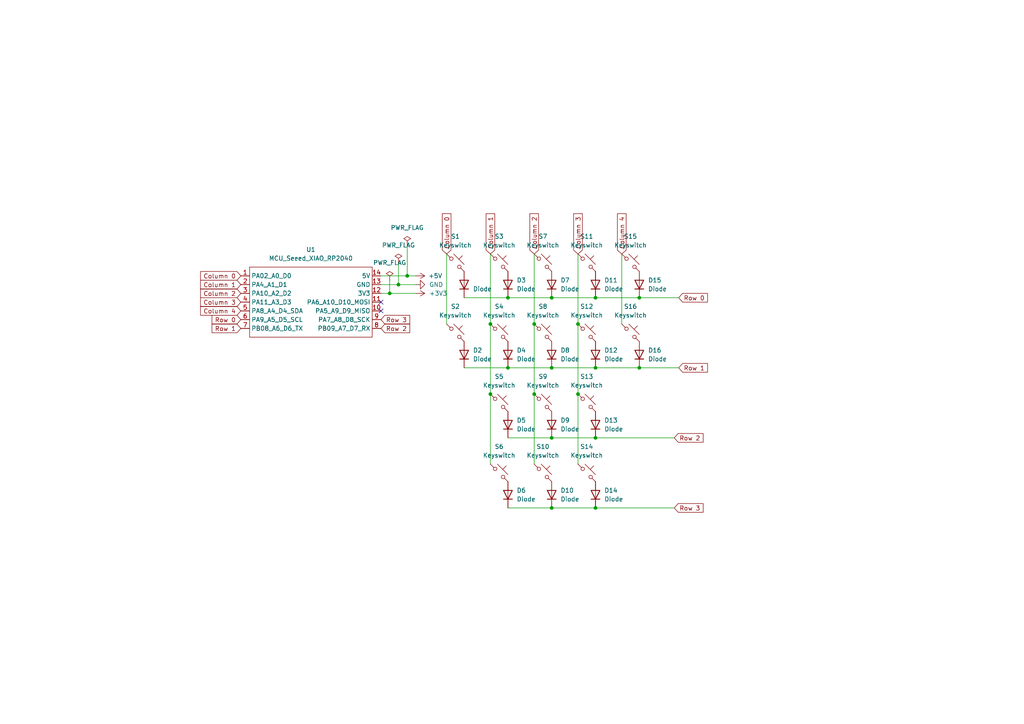
<source format=kicad_sch>
(kicad_sch
	(version 20231120)
	(generator "eeschema")
	(generator_version "8.0")
	(uuid "d3a9beb1-a4de-43ac-9beb-da9a5dbe0417")
	(paper "A4")
	(lib_symbols
		(symbol "ScottoKeebs KiCAD:MCU_Seeed_XIAO_RP2040"
			(exclude_from_sim no)
			(in_bom yes)
			(on_board yes)
			(property "Reference" "U"
				(at -16.51 11.43 0)
				(effects
					(font
						(size 1.27 1.27)
					)
				)
			)
			(property "Value" "MCU_Seeed_XIAO_RP2040"
				(at -3.81 -11.43 0)
				(effects
					(font
						(size 1.27 1.27)
					)
				)
			)
			(property "Footprint" ""
				(at -16.51 2.54 0)
				(effects
					(font
						(size 1.27 1.27)
					)
					(hide yes)
				)
			)
			(property "Datasheet" ""
				(at -16.51 2.54 0)
				(effects
					(font
						(size 1.27 1.27)
					)
					(hide yes)
				)
			)
			(property "Description" ""
				(at 0 0 0)
				(effects
					(font
						(size 1.27 1.27)
					)
					(hide yes)
				)
			)
			(symbol "MCU_Seeed_XIAO_RP2040_0_1"
				(rectangle
					(start -16.51 10.16)
					(end 19.05 -10.16)
					(stroke
						(width 0)
						(type default)
					)
					(fill
						(type none)
					)
				)
			)
			(symbol "MCU_Seeed_XIAO_RP2040_1_1"
				(pin passive line
					(at -19.05 7.62 0)
					(length 2.54)
					(name "PA02_A0_D0"
						(effects
							(font
								(size 1.27 1.27)
							)
						)
					)
					(number "1"
						(effects
							(font
								(size 1.27 1.27)
							)
						)
					)
				)
				(pin passive line
					(at 21.59 -2.54 180)
					(length 2.54)
					(name "PA5_A9_D9_MISO"
						(effects
							(font
								(size 1.27 1.27)
							)
						)
					)
					(number "10"
						(effects
							(font
								(size 1.27 1.27)
							)
						)
					)
				)
				(pin passive line
					(at 21.59 0 180)
					(length 2.54)
					(name "PA6_A10_D10_MOSI"
						(effects
							(font
								(size 1.27 1.27)
							)
						)
					)
					(number "11"
						(effects
							(font
								(size 1.27 1.27)
							)
						)
					)
				)
				(pin passive line
					(at 21.59 2.54 180)
					(length 2.54)
					(name "3V3"
						(effects
							(font
								(size 1.27 1.27)
							)
						)
					)
					(number "12"
						(effects
							(font
								(size 1.27 1.27)
							)
						)
					)
				)
				(pin passive line
					(at 21.59 5.08 180)
					(length 2.54)
					(name "GND"
						(effects
							(font
								(size 1.27 1.27)
							)
						)
					)
					(number "13"
						(effects
							(font
								(size 1.27 1.27)
							)
						)
					)
				)
				(pin passive line
					(at 21.59 7.62 180)
					(length 2.54)
					(name "5V"
						(effects
							(font
								(size 1.27 1.27)
							)
						)
					)
					(number "14"
						(effects
							(font
								(size 1.27 1.27)
							)
						)
					)
				)
				(pin passive line
					(at -19.05 5.08 0)
					(length 2.54)
					(name "PA4_A1_D1"
						(effects
							(font
								(size 1.27 1.27)
							)
						)
					)
					(number "2"
						(effects
							(font
								(size 1.27 1.27)
							)
						)
					)
				)
				(pin passive line
					(at -19.05 2.54 0)
					(length 2.54)
					(name "PA10_A2_D2"
						(effects
							(font
								(size 1.27 1.27)
							)
						)
					)
					(number "3"
						(effects
							(font
								(size 1.27 1.27)
							)
						)
					)
				)
				(pin passive line
					(at -19.05 0 0)
					(length 2.54)
					(name "PA11_A3_D3"
						(effects
							(font
								(size 1.27 1.27)
							)
						)
					)
					(number "4"
						(effects
							(font
								(size 1.27 1.27)
							)
						)
					)
				)
				(pin passive line
					(at -19.05 -2.54 0)
					(length 2.54)
					(name "PA8_A4_D4_SDA"
						(effects
							(font
								(size 1.27 1.27)
							)
						)
					)
					(number "5"
						(effects
							(font
								(size 1.27 1.27)
							)
						)
					)
				)
				(pin passive line
					(at -19.05 -5.08 0)
					(length 2.54)
					(name "PA9_A5_D5_SCL"
						(effects
							(font
								(size 1.27 1.27)
							)
						)
					)
					(number "6"
						(effects
							(font
								(size 1.27 1.27)
							)
						)
					)
				)
				(pin passive line
					(at -19.05 -7.62 0)
					(length 2.54)
					(name "PB08_A6_D6_TX"
						(effects
							(font
								(size 1.27 1.27)
							)
						)
					)
					(number "7"
						(effects
							(font
								(size 1.27 1.27)
							)
						)
					)
				)
				(pin passive line
					(at 21.59 -7.62 180)
					(length 2.54)
					(name "PB09_A7_D7_RX"
						(effects
							(font
								(size 1.27 1.27)
							)
						)
					)
					(number "8"
						(effects
							(font
								(size 1.27 1.27)
							)
						)
					)
				)
				(pin passive line
					(at 21.59 -5.08 180)
					(length 2.54)
					(name "PA7_A8_D8_SCK"
						(effects
							(font
								(size 1.27 1.27)
							)
						)
					)
					(number "9"
						(effects
							(font
								(size 1.27 1.27)
							)
						)
					)
				)
			)
		)
		(symbol "ScottoKeebs KiCAD:Placeholder_Diode"
			(pin_numbers hide)
			(pin_names hide)
			(exclude_from_sim no)
			(in_bom yes)
			(on_board yes)
			(property "Reference" "D"
				(at 0 2.54 0)
				(effects
					(font
						(size 1.27 1.27)
					)
				)
			)
			(property "Value" "Diode"
				(at 0 -2.54 0)
				(effects
					(font
						(size 1.27 1.27)
					)
				)
			)
			(property "Footprint" ""
				(at 0 0 0)
				(effects
					(font
						(size 1.27 1.27)
					)
					(hide yes)
				)
			)
			(property "Datasheet" ""
				(at 0 0 0)
				(effects
					(font
						(size 1.27 1.27)
					)
					(hide yes)
				)
			)
			(property "Description" "1N4148 (DO-35) or 1N4148W (SOD-123)"
				(at 0 0 0)
				(effects
					(font
						(size 1.27 1.27)
					)
					(hide yes)
				)
			)
			(property "Sim.Device" "D"
				(at 0 0 0)
				(effects
					(font
						(size 1.27 1.27)
					)
					(hide yes)
				)
			)
			(property "Sim.Pins" "1=K 2=A"
				(at 0 0 0)
				(effects
					(font
						(size 1.27 1.27)
					)
					(hide yes)
				)
			)
			(property "ki_keywords" "diode"
				(at 0 0 0)
				(effects
					(font
						(size 1.27 1.27)
					)
					(hide yes)
				)
			)
			(property "ki_fp_filters" "D*DO?35*"
				(at 0 0 0)
				(effects
					(font
						(size 1.27 1.27)
					)
					(hide yes)
				)
			)
			(symbol "Placeholder_Diode_0_1"
				(polyline
					(pts
						(xy -1.27 1.27) (xy -1.27 -1.27)
					)
					(stroke
						(width 0.254)
						(type default)
					)
					(fill
						(type none)
					)
				)
				(polyline
					(pts
						(xy 1.27 0) (xy -1.27 0)
					)
					(stroke
						(width 0)
						(type default)
					)
					(fill
						(type none)
					)
				)
				(polyline
					(pts
						(xy 1.27 1.27) (xy 1.27 -1.27) (xy -1.27 0) (xy 1.27 1.27)
					)
					(stroke
						(width 0.254)
						(type default)
					)
					(fill
						(type none)
					)
				)
			)
			(symbol "Placeholder_Diode_1_1"
				(pin passive line
					(at -3.81 0 0)
					(length 2.54)
					(name "K"
						(effects
							(font
								(size 1.27 1.27)
							)
						)
					)
					(number "1"
						(effects
							(font
								(size 1.27 1.27)
							)
						)
					)
				)
				(pin passive line
					(at 3.81 0 180)
					(length 2.54)
					(name "A"
						(effects
							(font
								(size 1.27 1.27)
							)
						)
					)
					(number "2"
						(effects
							(font
								(size 1.27 1.27)
							)
						)
					)
				)
			)
		)
		(symbol "ScottoKeebs KiCAD:Placeholder_Keyswitch"
			(pin_numbers hide)
			(pin_names
				(offset 1.016) hide)
			(exclude_from_sim no)
			(in_bom yes)
			(on_board yes)
			(property "Reference" "S"
				(at 3.048 1.016 0)
				(effects
					(font
						(size 1.27 1.27)
					)
					(justify left)
				)
			)
			(property "Value" "Keyswitch"
				(at 0 -3.81 0)
				(effects
					(font
						(size 1.27 1.27)
					)
				)
			)
			(property "Footprint" ""
				(at 0 0 0)
				(effects
					(font
						(size 1.27 1.27)
					)
					(hide yes)
				)
			)
			(property "Datasheet" "~"
				(at 0 0 0)
				(effects
					(font
						(size 1.27 1.27)
					)
					(hide yes)
				)
			)
			(property "Description" "Push button switch, normally open, two pins, 45° tilted"
				(at 0 0 0)
				(effects
					(font
						(size 1.27 1.27)
					)
					(hide yes)
				)
			)
			(property "ki_keywords" "switch normally-open pushbutton push-button"
				(at 0 0 0)
				(effects
					(font
						(size 1.27 1.27)
					)
					(hide yes)
				)
			)
			(symbol "Placeholder_Keyswitch_0_1"
				(circle
					(center -1.1684 1.1684)
					(radius 0.508)
					(stroke
						(width 0)
						(type default)
					)
					(fill
						(type none)
					)
				)
				(polyline
					(pts
						(xy -0.508 2.54) (xy 2.54 -0.508)
					)
					(stroke
						(width 0)
						(type default)
					)
					(fill
						(type none)
					)
				)
				(polyline
					(pts
						(xy 1.016 1.016) (xy 2.032 2.032)
					)
					(stroke
						(width 0)
						(type default)
					)
					(fill
						(type none)
					)
				)
				(polyline
					(pts
						(xy -2.54 2.54) (xy -1.524 1.524) (xy -1.524 1.524)
					)
					(stroke
						(width 0)
						(type default)
					)
					(fill
						(type none)
					)
				)
				(polyline
					(pts
						(xy 1.524 -1.524) (xy 2.54 -2.54) (xy 2.54 -2.54) (xy 2.54 -2.54)
					)
					(stroke
						(width 0)
						(type default)
					)
					(fill
						(type none)
					)
				)
				(circle
					(center 1.143 -1.1938)
					(radius 0.508)
					(stroke
						(width 0)
						(type default)
					)
					(fill
						(type none)
					)
				)
				(pin passive line
					(at -2.54 2.54 0)
					(length 0)
					(name "1"
						(effects
							(font
								(size 1.27 1.27)
							)
						)
					)
					(number "1"
						(effects
							(font
								(size 1.27 1.27)
							)
						)
					)
				)
				(pin passive line
					(at 2.54 -2.54 180)
					(length 0)
					(name "2"
						(effects
							(font
								(size 1.27 1.27)
							)
						)
					)
					(number "2"
						(effects
							(font
								(size 1.27 1.27)
							)
						)
					)
				)
			)
		)
		(symbol "power:+3V3"
			(power)
			(pin_numbers hide)
			(pin_names
				(offset 0) hide)
			(exclude_from_sim no)
			(in_bom yes)
			(on_board yes)
			(property "Reference" "#PWR"
				(at 0 -3.81 0)
				(effects
					(font
						(size 1.27 1.27)
					)
					(hide yes)
				)
			)
			(property "Value" "+3V3"
				(at 0 3.556 0)
				(effects
					(font
						(size 1.27 1.27)
					)
				)
			)
			(property "Footprint" ""
				(at 0 0 0)
				(effects
					(font
						(size 1.27 1.27)
					)
					(hide yes)
				)
			)
			(property "Datasheet" ""
				(at 0 0 0)
				(effects
					(font
						(size 1.27 1.27)
					)
					(hide yes)
				)
			)
			(property "Description" "Power symbol creates a global label with name \"+3V3\""
				(at 0 0 0)
				(effects
					(font
						(size 1.27 1.27)
					)
					(hide yes)
				)
			)
			(property "ki_keywords" "global power"
				(at 0 0 0)
				(effects
					(font
						(size 1.27 1.27)
					)
					(hide yes)
				)
			)
			(symbol "+3V3_0_1"
				(polyline
					(pts
						(xy -0.762 1.27) (xy 0 2.54)
					)
					(stroke
						(width 0)
						(type default)
					)
					(fill
						(type none)
					)
				)
				(polyline
					(pts
						(xy 0 0) (xy 0 2.54)
					)
					(stroke
						(width 0)
						(type default)
					)
					(fill
						(type none)
					)
				)
				(polyline
					(pts
						(xy 0 2.54) (xy 0.762 1.27)
					)
					(stroke
						(width 0)
						(type default)
					)
					(fill
						(type none)
					)
				)
			)
			(symbol "+3V3_1_1"
				(pin power_in line
					(at 0 0 90)
					(length 0)
					(name "~"
						(effects
							(font
								(size 1.27 1.27)
							)
						)
					)
					(number "1"
						(effects
							(font
								(size 1.27 1.27)
							)
						)
					)
				)
			)
		)
		(symbol "power:+5V"
			(power)
			(pin_numbers hide)
			(pin_names
				(offset 0) hide)
			(exclude_from_sim no)
			(in_bom yes)
			(on_board yes)
			(property "Reference" "#PWR"
				(at 0 -3.81 0)
				(effects
					(font
						(size 1.27 1.27)
					)
					(hide yes)
				)
			)
			(property "Value" "+5V"
				(at 0 3.556 0)
				(effects
					(font
						(size 1.27 1.27)
					)
				)
			)
			(property "Footprint" ""
				(at 0 0 0)
				(effects
					(font
						(size 1.27 1.27)
					)
					(hide yes)
				)
			)
			(property "Datasheet" ""
				(at 0 0 0)
				(effects
					(font
						(size 1.27 1.27)
					)
					(hide yes)
				)
			)
			(property "Description" "Power symbol creates a global label with name \"+5V\""
				(at 0 0 0)
				(effects
					(font
						(size 1.27 1.27)
					)
					(hide yes)
				)
			)
			(property "ki_keywords" "global power"
				(at 0 0 0)
				(effects
					(font
						(size 1.27 1.27)
					)
					(hide yes)
				)
			)
			(symbol "+5V_0_1"
				(polyline
					(pts
						(xy -0.762 1.27) (xy 0 2.54)
					)
					(stroke
						(width 0)
						(type default)
					)
					(fill
						(type none)
					)
				)
				(polyline
					(pts
						(xy 0 0) (xy 0 2.54)
					)
					(stroke
						(width 0)
						(type default)
					)
					(fill
						(type none)
					)
				)
				(polyline
					(pts
						(xy 0 2.54) (xy 0.762 1.27)
					)
					(stroke
						(width 0)
						(type default)
					)
					(fill
						(type none)
					)
				)
			)
			(symbol "+5V_1_1"
				(pin power_in line
					(at 0 0 90)
					(length 0)
					(name "~"
						(effects
							(font
								(size 1.27 1.27)
							)
						)
					)
					(number "1"
						(effects
							(font
								(size 1.27 1.27)
							)
						)
					)
				)
			)
		)
		(symbol "power:GND"
			(power)
			(pin_numbers hide)
			(pin_names
				(offset 0) hide)
			(exclude_from_sim no)
			(in_bom yes)
			(on_board yes)
			(property "Reference" "#PWR"
				(at 0 -6.35 0)
				(effects
					(font
						(size 1.27 1.27)
					)
					(hide yes)
				)
			)
			(property "Value" "GND"
				(at 0 -3.81 0)
				(effects
					(font
						(size 1.27 1.27)
					)
				)
			)
			(property "Footprint" ""
				(at 0 0 0)
				(effects
					(font
						(size 1.27 1.27)
					)
					(hide yes)
				)
			)
			(property "Datasheet" ""
				(at 0 0 0)
				(effects
					(font
						(size 1.27 1.27)
					)
					(hide yes)
				)
			)
			(property "Description" "Power symbol creates a global label with name \"GND\" , ground"
				(at 0 0 0)
				(effects
					(font
						(size 1.27 1.27)
					)
					(hide yes)
				)
			)
			(property "ki_keywords" "global power"
				(at 0 0 0)
				(effects
					(font
						(size 1.27 1.27)
					)
					(hide yes)
				)
			)
			(symbol "GND_0_1"
				(polyline
					(pts
						(xy 0 0) (xy 0 -1.27) (xy 1.27 -1.27) (xy 0 -2.54) (xy -1.27 -1.27) (xy 0 -1.27)
					)
					(stroke
						(width 0)
						(type default)
					)
					(fill
						(type none)
					)
				)
			)
			(symbol "GND_1_1"
				(pin power_in line
					(at 0 0 270)
					(length 0)
					(name "~"
						(effects
							(font
								(size 1.27 1.27)
							)
						)
					)
					(number "1"
						(effects
							(font
								(size 1.27 1.27)
							)
						)
					)
				)
			)
		)
		(symbol "power:PWR_FLAG"
			(power)
			(pin_numbers hide)
			(pin_names
				(offset 0) hide)
			(exclude_from_sim no)
			(in_bom yes)
			(on_board yes)
			(property "Reference" "#FLG"
				(at 0 1.905 0)
				(effects
					(font
						(size 1.27 1.27)
					)
					(hide yes)
				)
			)
			(property "Value" "PWR_FLAG"
				(at 0 3.81 0)
				(effects
					(font
						(size 1.27 1.27)
					)
				)
			)
			(property "Footprint" ""
				(at 0 0 0)
				(effects
					(font
						(size 1.27 1.27)
					)
					(hide yes)
				)
			)
			(property "Datasheet" "~"
				(at 0 0 0)
				(effects
					(font
						(size 1.27 1.27)
					)
					(hide yes)
				)
			)
			(property "Description" "Special symbol for telling ERC where power comes from"
				(at 0 0 0)
				(effects
					(font
						(size 1.27 1.27)
					)
					(hide yes)
				)
			)
			(property "ki_keywords" "flag power"
				(at 0 0 0)
				(effects
					(font
						(size 1.27 1.27)
					)
					(hide yes)
				)
			)
			(symbol "PWR_FLAG_0_0"
				(pin power_out line
					(at 0 0 90)
					(length 0)
					(name "~"
						(effects
							(font
								(size 1.27 1.27)
							)
						)
					)
					(number "1"
						(effects
							(font
								(size 1.27 1.27)
							)
						)
					)
				)
			)
			(symbol "PWR_FLAG_0_1"
				(polyline
					(pts
						(xy 0 0) (xy 0 1.27) (xy -1.016 1.905) (xy 0 2.54) (xy 1.016 1.905) (xy 0 1.27)
					)
					(stroke
						(width 0)
						(type default)
					)
					(fill
						(type none)
					)
				)
			)
		)
	)
	(junction
		(at 167.64 93.98)
		(diameter 0)
		(color 0 0 0 0)
		(uuid "0236d149-50d9-4726-9a5a-ae6470a57470")
	)
	(junction
		(at 185.42 106.68)
		(diameter 0)
		(color 0 0 0 0)
		(uuid "119a793d-4bcf-4b6a-a64e-36467690a67e")
	)
	(junction
		(at 160.02 86.36)
		(diameter 0)
		(color 0 0 0 0)
		(uuid "12adc803-de9e-438e-b0cf-81fe185f8e97")
	)
	(junction
		(at 115.57 82.55)
		(diameter 0)
		(color 0 0 0 0)
		(uuid "1f16d71e-7a06-4a62-9b2e-c0fdd489017e")
	)
	(junction
		(at 142.24 93.98)
		(diameter 0)
		(color 0 0 0 0)
		(uuid "2c8d8c18-3117-440d-aadb-5b04471342a4")
	)
	(junction
		(at 160.02 106.68)
		(diameter 0)
		(color 0 0 0 0)
		(uuid "6145de26-6614-4ec1-a1f7-1f00c40470f6")
	)
	(junction
		(at 142.24 114.3)
		(diameter 0)
		(color 0 0 0 0)
		(uuid "62fc9e57-fc9b-4622-a19a-4c7a67f52bc5")
	)
	(junction
		(at 147.32 86.36)
		(diameter 0)
		(color 0 0 0 0)
		(uuid "6e5f9977-517f-4277-9dd1-f1c1197e171a")
	)
	(junction
		(at 172.72 147.32)
		(diameter 0)
		(color 0 0 0 0)
		(uuid "7205056e-941c-47b6-be16-f7e4c8f65903")
	)
	(junction
		(at 172.72 127)
		(diameter 0)
		(color 0 0 0 0)
		(uuid "7827e097-9ba1-41d8-bf69-bcd5a6567b3b")
	)
	(junction
		(at 118.11 80.01)
		(diameter 0)
		(color 0 0 0 0)
		(uuid "8767fa45-0415-46e7-ac42-589f0054e8e5")
	)
	(junction
		(at 147.32 106.68)
		(diameter 0)
		(color 0 0 0 0)
		(uuid "8a745559-9f91-47e3-99c4-493e07ddc97d")
	)
	(junction
		(at 172.72 106.68)
		(diameter 0)
		(color 0 0 0 0)
		(uuid "95e589cb-4b17-49d7-84d0-118d2a61b6c4")
	)
	(junction
		(at 154.94 93.98)
		(diameter 0)
		(color 0 0 0 0)
		(uuid "a327b16f-3c1d-4fb5-9154-ec9aae98cd12")
	)
	(junction
		(at 160.02 127)
		(diameter 0)
		(color 0 0 0 0)
		(uuid "a77104e6-c728-4542-9748-98962b7d8951")
	)
	(junction
		(at 167.64 114.3)
		(diameter 0)
		(color 0 0 0 0)
		(uuid "a7a46979-f795-4f76-8466-152493dd910a")
	)
	(junction
		(at 160.02 147.32)
		(diameter 0)
		(color 0 0 0 0)
		(uuid "b914ca2e-dc9b-486d-b410-06f23e552954")
	)
	(junction
		(at 185.42 86.36)
		(diameter 0)
		(color 0 0 0 0)
		(uuid "bb3400c7-d3fd-406e-8b55-46c3089e7e95")
	)
	(junction
		(at 113.03 85.09)
		(diameter 0)
		(color 0 0 0 0)
		(uuid "dbdb29e0-e2c7-4f3e-9b4c-8852f310ab6e")
	)
	(junction
		(at 172.72 86.36)
		(diameter 0)
		(color 0 0 0 0)
		(uuid "f356212a-32d8-48fc-a17d-09f6da01803b")
	)
	(junction
		(at 154.94 114.3)
		(diameter 0)
		(color 0 0 0 0)
		(uuid "f9676c46-4e17-48d5-93b0-1e39ee2411da")
	)
	(no_connect
		(at 110.49 90.17)
		(uuid "5698c333-d311-440a-8b8a-2b1a17f70f09")
	)
	(no_connect
		(at 110.49 87.63)
		(uuid "9a1acbd3-04d2-4fb7-9de1-e3914b9915f7")
	)
	(wire
		(pts
			(xy 185.42 106.68) (xy 172.72 106.68)
		)
		(stroke
			(width 0)
			(type default)
		)
		(uuid "043a0377-8ccd-4685-8539-6e9769f2e269")
	)
	(wire
		(pts
			(xy 180.34 73.66) (xy 180.34 93.98)
		)
		(stroke
			(width 0)
			(type default)
		)
		(uuid "12bb3f50-8e66-4c9c-89b2-0e9d9f14f4b0")
	)
	(wire
		(pts
			(xy 120.65 85.09) (xy 113.03 85.09)
		)
		(stroke
			(width 0)
			(type default)
		)
		(uuid "19612184-42ef-46a8-a052-ab28c43e10db")
	)
	(wire
		(pts
			(xy 195.58 147.32) (xy 172.72 147.32)
		)
		(stroke
			(width 0)
			(type default)
		)
		(uuid "2776aea6-8b4d-41b3-8313-1a4c8cf1fc37")
	)
	(wire
		(pts
			(xy 154.94 93.98) (xy 154.94 114.3)
		)
		(stroke
			(width 0)
			(type default)
		)
		(uuid "2991468b-676e-4a52-bcea-730346f57fb4")
	)
	(wire
		(pts
			(xy 147.32 86.36) (xy 160.02 86.36)
		)
		(stroke
			(width 0)
			(type default)
		)
		(uuid "351ffcf7-c1ca-46b4-a5dc-492646863467")
	)
	(wire
		(pts
			(xy 142.24 114.3) (xy 142.24 134.62)
		)
		(stroke
			(width 0)
			(type default)
		)
		(uuid "37472da9-9af6-497d-ad61-ba79d90acb97")
	)
	(wire
		(pts
			(xy 160.02 147.32) (xy 172.72 147.32)
		)
		(stroke
			(width 0)
			(type default)
		)
		(uuid "3794d4ca-1b7e-486d-91a0-e9a8462012d0")
	)
	(wire
		(pts
			(xy 160.02 127) (xy 172.72 127)
		)
		(stroke
			(width 0)
			(type default)
		)
		(uuid "39f56683-3350-4e76-b9ef-d9271b1701e8")
	)
	(wire
		(pts
			(xy 167.64 73.66) (xy 167.64 93.98)
		)
		(stroke
			(width 0)
			(type default)
		)
		(uuid "3d8dd08c-ba81-4429-a9b3-02a7fe3aa066")
	)
	(wire
		(pts
			(xy 120.65 80.01) (xy 118.11 80.01)
		)
		(stroke
			(width 0)
			(type default)
		)
		(uuid "422298fe-0e3c-480f-afd1-e289b7fa49e5")
	)
	(wire
		(pts
			(xy 142.24 73.66) (xy 142.24 93.98)
		)
		(stroke
			(width 0)
			(type default)
		)
		(uuid "5099e4cd-2218-453e-afdd-a7e4488dee92")
	)
	(wire
		(pts
			(xy 160.02 86.36) (xy 172.72 86.36)
		)
		(stroke
			(width 0)
			(type default)
		)
		(uuid "5122e7a8-64c7-403e-a64f-a654d838871c")
	)
	(wire
		(pts
			(xy 147.32 106.68) (xy 160.02 106.68)
		)
		(stroke
			(width 0)
			(type default)
		)
		(uuid "5d09eb0e-804a-440d-9b34-89b091503bb3")
	)
	(wire
		(pts
			(xy 113.03 85.09) (xy 110.49 85.09)
		)
		(stroke
			(width 0)
			(type default)
		)
		(uuid "65de45af-1521-4989-bc62-2684d2195157")
	)
	(wire
		(pts
			(xy 115.57 82.55) (xy 110.49 82.55)
		)
		(stroke
			(width 0)
			(type default)
		)
		(uuid "67b6bdff-b661-4650-809e-6efcedd47e73")
	)
	(wire
		(pts
			(xy 172.72 86.36) (xy 185.42 86.36)
		)
		(stroke
			(width 0)
			(type default)
		)
		(uuid "69c66a63-b2f8-4560-8021-3e7b8c014d09")
	)
	(wire
		(pts
			(xy 134.62 86.36) (xy 147.32 86.36)
		)
		(stroke
			(width 0)
			(type default)
		)
		(uuid "75e0f569-6de8-41ae-a326-2d8f33683572")
	)
	(wire
		(pts
			(xy 154.94 73.66) (xy 154.94 93.98)
		)
		(stroke
			(width 0)
			(type default)
		)
		(uuid "75f55a15-3180-4957-90dc-9ad16280e090")
	)
	(wire
		(pts
			(xy 134.62 106.68) (xy 147.32 106.68)
		)
		(stroke
			(width 0)
			(type default)
		)
		(uuid "7cdef5bb-a5c7-43b2-9619-896307892f4d")
	)
	(wire
		(pts
			(xy 120.65 82.55) (xy 115.57 82.55)
		)
		(stroke
			(width 0)
			(type default)
		)
		(uuid "93b46ad7-f658-4f64-a5f8-2d9dca64154b")
	)
	(wire
		(pts
			(xy 113.03 81.28) (xy 113.03 85.09)
		)
		(stroke
			(width 0)
			(type default)
		)
		(uuid "9658bc55-39dc-4881-bdcf-a2169e41ae2d")
	)
	(wire
		(pts
			(xy 195.58 127) (xy 172.72 127)
		)
		(stroke
			(width 0)
			(type default)
		)
		(uuid "997d34bc-e651-4f2b-aeea-7728707821c5")
	)
	(wire
		(pts
			(xy 142.24 93.98) (xy 142.24 114.3)
		)
		(stroke
			(width 0)
			(type default)
		)
		(uuid "99a98c17-0da3-44cf-beba-4665877af1d6")
	)
	(wire
		(pts
			(xy 154.94 114.3) (xy 154.94 134.62)
		)
		(stroke
			(width 0)
			(type default)
		)
		(uuid "a215b6ba-de98-4852-8d75-069f6302c0e9")
	)
	(wire
		(pts
			(xy 129.54 73.66) (xy 129.54 93.98)
		)
		(stroke
			(width 0)
			(type default)
		)
		(uuid "ac950580-c9f3-483a-abd1-0a25ded682f9")
	)
	(wire
		(pts
			(xy 196.85 86.36) (xy 185.42 86.36)
		)
		(stroke
			(width 0)
			(type default)
		)
		(uuid "ad4a5f39-1cfe-4996-a2da-e5f027836376")
	)
	(wire
		(pts
			(xy 160.02 106.68) (xy 172.72 106.68)
		)
		(stroke
			(width 0)
			(type default)
		)
		(uuid "b449c010-29fd-4707-abd5-815f6a372fd2")
	)
	(wire
		(pts
			(xy 185.42 106.68) (xy 196.85 106.68)
		)
		(stroke
			(width 0)
			(type default)
		)
		(uuid "d86a2230-3ea8-4a66-bbb0-42513858fa2b")
	)
	(wire
		(pts
			(xy 115.57 76.2) (xy 115.57 82.55)
		)
		(stroke
			(width 0)
			(type default)
		)
		(uuid "deed376e-2cf7-4e0d-a5b6-04d77bf3ef31")
	)
	(wire
		(pts
			(xy 147.32 127) (xy 160.02 127)
		)
		(stroke
			(width 0)
			(type default)
		)
		(uuid "dfa1bae8-da4c-4e2e-84f1-043c534c79c4")
	)
	(wire
		(pts
			(xy 167.64 93.98) (xy 167.64 114.3)
		)
		(stroke
			(width 0)
			(type default)
		)
		(uuid "e61cde5c-6055-4cf6-9fbe-0f579092c6be")
	)
	(wire
		(pts
			(xy 118.11 80.01) (xy 110.49 80.01)
		)
		(stroke
			(width 0)
			(type default)
		)
		(uuid "f649b816-a177-4e52-9c72-3f03ae318250")
	)
	(wire
		(pts
			(xy 147.32 147.32) (xy 160.02 147.32)
		)
		(stroke
			(width 0)
			(type default)
		)
		(uuid "fb050729-fd11-4088-9918-f2eaf0b10170")
	)
	(wire
		(pts
			(xy 167.64 114.3) (xy 167.64 134.62)
		)
		(stroke
			(width 0)
			(type default)
		)
		(uuid "fb655d72-6166-459f-9f1e-f03ea6794607")
	)
	(wire
		(pts
			(xy 118.11 71.12) (xy 118.11 80.01)
		)
		(stroke
			(width 0)
			(type default)
		)
		(uuid "fd26f154-114b-4ed5-a9d6-036e9e3bd4d2")
	)
	(global_label "Row 3"
		(shape input)
		(at 110.49 92.71 0)
		(fields_autoplaced yes)
		(effects
			(font
				(size 1.27 1.27)
			)
			(justify left)
		)
		(uuid "2581a658-ddb1-46ae-855c-d685c8ae8ad3")
		(property "Intersheetrefs" "${INTERSHEET_REFS}"
			(at 119.4018 92.71 0)
			(effects
				(font
					(size 1.27 1.27)
				)
				(justify left)
				(hide yes)
			)
		)
	)
	(global_label "Column 3"
		(shape input)
		(at 167.64 73.66 90)
		(fields_autoplaced yes)
		(effects
			(font
				(size 1.27 1.27)
			)
			(justify left)
		)
		(uuid "2651998b-6c75-42ff-9125-35bd16a84327")
		(property "Intersheetrefs" "${INTERSHEET_REFS}"
			(at 167.64 61.4222 90)
			(effects
				(font
					(size 1.27 1.27)
				)
				(justify left)
				(hide yes)
			)
		)
	)
	(global_label "Column 2"
		(shape input)
		(at 154.94 73.66 90)
		(fields_autoplaced yes)
		(effects
			(font
				(size 1.27 1.27)
			)
			(justify left)
		)
		(uuid "2e874a55-96d0-4b17-ac45-dc8494eded1b")
		(property "Intersheetrefs" "${INTERSHEET_REFS}"
			(at 154.94 61.4222 90)
			(effects
				(font
					(size 1.27 1.27)
				)
				(justify left)
				(hide yes)
			)
		)
	)
	(global_label "Row 1"
		(shape input)
		(at 196.85 106.68 0)
		(fields_autoplaced yes)
		(effects
			(font
				(size 1.27 1.27)
			)
			(justify left)
		)
		(uuid "2ff1258a-9624-4196-9ddc-fec00d2bc419")
		(property "Intersheetrefs" "${INTERSHEET_REFS}"
			(at 205.7618 106.68 0)
			(effects
				(font
					(size 1.27 1.27)
				)
				(justify left)
				(hide yes)
			)
		)
	)
	(global_label "Column 4"
		(shape input)
		(at 180.34 73.66 90)
		(fields_autoplaced yes)
		(effects
			(font
				(size 1.27 1.27)
			)
			(justify left)
		)
		(uuid "389b16a7-e80c-4be1-bfb1-f6ec4a926496")
		(property "Intersheetrefs" "${INTERSHEET_REFS}"
			(at 180.34 61.4222 90)
			(effects
				(font
					(size 1.27 1.27)
				)
				(justify left)
				(hide yes)
			)
		)
	)
	(global_label "Column 0"
		(shape input)
		(at 69.85 80.01 180)
		(fields_autoplaced yes)
		(effects
			(font
				(size 1.27 1.27)
			)
			(justify right)
		)
		(uuid "43f39cd5-26ad-4ede-a9c1-7eb84d60ccbe")
		(property "Intersheetrefs" "${INTERSHEET_REFS}"
			(at 57.6122 80.01 0)
			(effects
				(font
					(size 1.27 1.27)
				)
				(justify right)
				(hide yes)
			)
		)
	)
	(global_label "Column 4"
		(shape input)
		(at 69.85 90.17 180)
		(fields_autoplaced yes)
		(effects
			(font
				(size 1.27 1.27)
			)
			(justify right)
		)
		(uuid "4b4c872d-24ea-43b5-9f8f-6a48a9527156")
		(property "Intersheetrefs" "${INTERSHEET_REFS}"
			(at 57.6122 90.17 0)
			(effects
				(font
					(size 1.27 1.27)
				)
				(justify right)
				(hide yes)
			)
		)
	)
	(global_label "Row 0"
		(shape input)
		(at 196.85 86.36 0)
		(fields_autoplaced yes)
		(effects
			(font
				(size 1.27 1.27)
			)
			(justify left)
		)
		(uuid "6122eedc-5a2b-457d-9096-33bfe4aa4523")
		(property "Intersheetrefs" "${INTERSHEET_REFS}"
			(at 205.7618 86.36 0)
			(effects
				(font
					(size 1.27 1.27)
				)
				(justify left)
				(hide yes)
			)
		)
	)
	(global_label "Row 2"
		(shape input)
		(at 110.49 95.25 0)
		(fields_autoplaced yes)
		(effects
			(font
				(size 1.27 1.27)
			)
			(justify left)
		)
		(uuid "62725b27-9ae1-433b-b580-87acf143030a")
		(property "Intersheetrefs" "${INTERSHEET_REFS}"
			(at 119.4018 95.25 0)
			(effects
				(font
					(size 1.27 1.27)
				)
				(justify left)
				(hide yes)
			)
		)
	)
	(global_label "Row 3"
		(shape input)
		(at 195.58 147.32 0)
		(fields_autoplaced yes)
		(effects
			(font
				(size 1.27 1.27)
			)
			(justify left)
		)
		(uuid "6843d808-938c-43db-b955-e9630b6e8efb")
		(property "Intersheetrefs" "${INTERSHEET_REFS}"
			(at 204.4918 147.32 0)
			(effects
				(font
					(size 1.27 1.27)
				)
				(justify left)
				(hide yes)
			)
		)
	)
	(global_label "Column 0"
		(shape input)
		(at 129.54 73.66 90)
		(fields_autoplaced yes)
		(effects
			(font
				(size 1.27 1.27)
			)
			(justify left)
		)
		(uuid "6fe9218f-60fd-4cde-a2f8-c2256ca5f789")
		(property "Intersheetrefs" "${INTERSHEET_REFS}"
			(at 129.54 61.4222 90)
			(effects
				(font
					(size 1.27 1.27)
				)
				(justify left)
				(hide yes)
			)
		)
	)
	(global_label "Row 0"
		(shape input)
		(at 69.85 92.71 180)
		(fields_autoplaced yes)
		(effects
			(font
				(size 1.27 1.27)
			)
			(justify right)
		)
		(uuid "7028c9e6-f3fd-4ea3-a4af-2acc3f1492b5")
		(property "Intersheetrefs" "${INTERSHEET_REFS}"
			(at 60.9382 92.71 0)
			(effects
				(font
					(size 1.27 1.27)
				)
				(justify right)
				(hide yes)
			)
		)
	)
	(global_label "Column 1"
		(shape input)
		(at 69.85 82.55 180)
		(fields_autoplaced yes)
		(effects
			(font
				(size 1.27 1.27)
			)
			(justify right)
		)
		(uuid "88b52fc7-d9ce-4127-be42-ff9618ba8170")
		(property "Intersheetrefs" "${INTERSHEET_REFS}"
			(at 57.6122 82.55 0)
			(effects
				(font
					(size 1.27 1.27)
				)
				(justify right)
				(hide yes)
			)
		)
	)
	(global_label "Row 2"
		(shape input)
		(at 195.58 127 0)
		(fields_autoplaced yes)
		(effects
			(font
				(size 1.27 1.27)
			)
			(justify left)
		)
		(uuid "aee45096-33e2-45fd-8462-0881f31c407a")
		(property "Intersheetrefs" "${INTERSHEET_REFS}"
			(at 204.4918 127 0)
			(effects
				(font
					(size 1.27 1.27)
				)
				(justify left)
				(hide yes)
			)
		)
	)
	(global_label "Column 2"
		(shape input)
		(at 69.85 85.09 180)
		(fields_autoplaced yes)
		(effects
			(font
				(size 1.27 1.27)
			)
			(justify right)
		)
		(uuid "b5a1cbd2-b03b-4a73-a8e2-de965fb006e0")
		(property "Intersheetrefs" "${INTERSHEET_REFS}"
			(at 57.6122 85.09 0)
			(effects
				(font
					(size 1.27 1.27)
				)
				(justify right)
				(hide yes)
			)
		)
	)
	(global_label "Row 1"
		(shape input)
		(at 69.85 95.25 180)
		(fields_autoplaced yes)
		(effects
			(font
				(size 1.27 1.27)
			)
			(justify right)
		)
		(uuid "b948ea50-63c4-4f13-a551-82af2c31063d")
		(property "Intersheetrefs" "${INTERSHEET_REFS}"
			(at 60.9382 95.25 0)
			(effects
				(font
					(size 1.27 1.27)
				)
				(justify right)
				(hide yes)
			)
		)
	)
	(global_label "Column 1"
		(shape input)
		(at 142.24 73.66 90)
		(fields_autoplaced yes)
		(effects
			(font
				(size 1.27 1.27)
			)
			(justify left)
		)
		(uuid "bab282b2-0e41-4c7d-bb92-253cb07ae04a")
		(property "Intersheetrefs" "${INTERSHEET_REFS}"
			(at 142.24 61.4222 90)
			(effects
				(font
					(size 1.27 1.27)
				)
				(justify left)
				(hide yes)
			)
		)
	)
	(global_label "Column 3"
		(shape input)
		(at 69.85 87.63 180)
		(fields_autoplaced yes)
		(effects
			(font
				(size 1.27 1.27)
			)
			(justify right)
		)
		(uuid "f9d5bf80-2d06-40fa-80d2-5c6f0de9e8b6")
		(property "Intersheetrefs" "${INTERSHEET_REFS}"
			(at 57.6122 87.63 0)
			(effects
				(font
					(size 1.27 1.27)
				)
				(justify right)
				(hide yes)
			)
		)
	)
	(symbol
		(lib_id "power:+3V3")
		(at 120.65 85.09 270)
		(unit 1)
		(exclude_from_sim no)
		(in_bom yes)
		(on_board yes)
		(dnp no)
		(fields_autoplaced yes)
		(uuid "01310946-2275-4f45-8d58-c6c036abd366")
		(property "Reference" "#PWR03"
			(at 116.84 85.09 0)
			(effects
				(font
					(size 1.27 1.27)
				)
				(hide yes)
			)
		)
		(property "Value" "+3V3"
			(at 124.46 85.0899 90)
			(effects
				(font
					(size 1.27 1.27)
				)
				(justify left)
			)
		)
		(property "Footprint" ""
			(at 120.65 85.09 0)
			(effects
				(font
					(size 1.27 1.27)
				)
				(hide yes)
			)
		)
		(property "Datasheet" ""
			(at 120.65 85.09 0)
			(effects
				(font
					(size 1.27 1.27)
				)
				(hide yes)
			)
		)
		(property "Description" "Power symbol creates a global label with name \"+3V3\""
			(at 120.65 85.09 0)
			(effects
				(font
					(size 1.27 1.27)
				)
				(hide yes)
			)
		)
		(pin "1"
			(uuid "0dd5a292-36be-466b-a48e-1745125e4aaa")
		)
		(instances
			(project ""
				(path "/d3a9beb1-a4de-43ac-9beb-da9a5dbe0417"
					(reference "#PWR03")
					(unit 1)
				)
			)
		)
	)
	(symbol
		(lib_id "ScottoKeebs KiCAD:Placeholder_Keyswitch")
		(at 157.48 96.52 0)
		(unit 1)
		(exclude_from_sim no)
		(in_bom yes)
		(on_board yes)
		(dnp no)
		(fields_autoplaced yes)
		(uuid "19e59de4-dc57-450b-b526-8e22e54f6e54")
		(property "Reference" "S8"
			(at 157.48 88.9 0)
			(effects
				(font
					(size 1.27 1.27)
				)
			)
		)
		(property "Value" "Keyswitch"
			(at 157.48 91.44 0)
			(effects
				(font
					(size 1.27 1.27)
				)
			)
		)
		(property "Footprint" "MXSolderableV2:MX-Solderable-1U"
			(at 157.48 96.52 0)
			(effects
				(font
					(size 1.27 1.27)
				)
				(hide yes)
			)
		)
		(property "Datasheet" "~"
			(at 157.48 96.52 0)
			(effects
				(font
					(size 1.27 1.27)
				)
				(hide yes)
			)
		)
		(property "Description" "Push button switch, normally open, two pins, 45° tilted"
			(at 157.48 96.52 0)
			(effects
				(font
					(size 1.27 1.27)
				)
				(hide yes)
			)
		)
		(pin "1"
			(uuid "8a9805bd-9c38-48bc-be13-dbfd25005045")
		)
		(pin "2"
			(uuid "209beba0-fde4-467f-971c-6228e1fd98de")
		)
		(instances
			(project "Hackpad Schematic"
				(path "/d3a9beb1-a4de-43ac-9beb-da9a5dbe0417"
					(reference "S8")
					(unit 1)
				)
			)
		)
	)
	(symbol
		(lib_id "ScottoKeebs KiCAD:Placeholder_Diode")
		(at 147.32 102.87 90)
		(unit 1)
		(exclude_from_sim no)
		(in_bom yes)
		(on_board yes)
		(dnp no)
		(fields_autoplaced yes)
		(uuid "1c75940f-8082-4168-92e7-85b7007151ab")
		(property "Reference" "D4"
			(at 149.86 101.5999 90)
			(effects
				(font
					(size 1.27 1.27)
				)
				(justify right)
			)
		)
		(property "Value" "Diode"
			(at 149.86 104.1399 90)
			(effects
				(font
					(size 1.27 1.27)
				)
				(justify right)
			)
		)
		(property "Footprint" "ScottoKeebs_Components:Diode_DO-35"
			(at 147.32 102.87 0)
			(effects
				(font
					(size 1.27 1.27)
				)
				(hide yes)
			)
		)
		(property "Datasheet" ""
			(at 147.32 102.87 0)
			(effects
				(font
					(size 1.27 1.27)
				)
				(hide yes)
			)
		)
		(property "Description" "1N4148 (DO-35) or 1N4148W (SOD-123)"
			(at 147.32 102.87 0)
			(effects
				(font
					(size 1.27 1.27)
				)
				(hide yes)
			)
		)
		(property "Sim.Device" "D"
			(at 147.32 102.87 0)
			(effects
				(font
					(size 1.27 1.27)
				)
				(hide yes)
			)
		)
		(property "Sim.Pins" "1=K 2=A"
			(at 147.32 102.87 0)
			(effects
				(font
					(size 1.27 1.27)
				)
				(hide yes)
			)
		)
		(pin "1"
			(uuid "e019f85c-921c-499a-aef4-026c0c2efed6")
		)
		(pin "2"
			(uuid "33be4fa0-e931-4309-b507-d5c07c531a62")
		)
		(instances
			(project "Hackpad Schematic"
				(path "/d3a9beb1-a4de-43ac-9beb-da9a5dbe0417"
					(reference "D4")
					(unit 1)
				)
			)
		)
	)
	(symbol
		(lib_id "power:+5V")
		(at 120.65 80.01 270)
		(unit 1)
		(exclude_from_sim no)
		(in_bom yes)
		(on_board yes)
		(dnp no)
		(uuid "203f614f-499e-4e6a-8e85-6dce64f594c8")
		(property "Reference" "#PWR01"
			(at 116.84 80.01 0)
			(effects
				(font
					(size 1.27 1.27)
				)
				(hide yes)
			)
		)
		(property "Value" "+5V"
			(at 124.206 80.01 90)
			(effects
				(font
					(size 1.27 1.27)
				)
				(justify left)
			)
		)
		(property "Footprint" ""
			(at 120.65 80.01 0)
			(effects
				(font
					(size 1.27 1.27)
				)
				(hide yes)
			)
		)
		(property "Datasheet" ""
			(at 120.65 80.01 0)
			(effects
				(font
					(size 1.27 1.27)
				)
				(hide yes)
			)
		)
		(property "Description" "Power symbol creates a global label with name \"+5V\""
			(at 120.65 80.01 0)
			(effects
				(font
					(size 1.27 1.27)
				)
				(hide yes)
			)
		)
		(pin "1"
			(uuid "270f3c2b-4600-47d9-9805-fb4717501816")
		)
		(instances
			(project ""
				(path "/d3a9beb1-a4de-43ac-9beb-da9a5dbe0417"
					(reference "#PWR01")
					(unit 1)
				)
			)
		)
	)
	(symbol
		(lib_id "ScottoKeebs KiCAD:Placeholder_Diode")
		(at 172.72 143.51 90)
		(unit 1)
		(exclude_from_sim no)
		(in_bom yes)
		(on_board yes)
		(dnp no)
		(fields_autoplaced yes)
		(uuid "2790c635-dee5-48be-a231-605d438013ad")
		(property "Reference" "D14"
			(at 175.26 142.2399 90)
			(effects
				(font
					(size 1.27 1.27)
				)
				(justify right)
			)
		)
		(property "Value" "Diode"
			(at 175.26 144.7799 90)
			(effects
				(font
					(size 1.27 1.27)
				)
				(justify right)
			)
		)
		(property "Footprint" "ScottoKeebs_Components:Diode_DO-35"
			(at 172.72 143.51 0)
			(effects
				(font
					(size 1.27 1.27)
				)
				(hide yes)
			)
		)
		(property "Datasheet" ""
			(at 172.72 143.51 0)
			(effects
				(font
					(size 1.27 1.27)
				)
				(hide yes)
			)
		)
		(property "Description" "1N4148 (DO-35) or 1N4148W (SOD-123)"
			(at 172.72 143.51 0)
			(effects
				(font
					(size 1.27 1.27)
				)
				(hide yes)
			)
		)
		(property "Sim.Device" "D"
			(at 172.72 143.51 0)
			(effects
				(font
					(size 1.27 1.27)
				)
				(hide yes)
			)
		)
		(property "Sim.Pins" "1=K 2=A"
			(at 172.72 143.51 0)
			(effects
				(font
					(size 1.27 1.27)
				)
				(hide yes)
			)
		)
		(pin "1"
			(uuid "176ea83c-4ec1-419f-8969-73ea0c3bd084")
		)
		(pin "2"
			(uuid "d23f6a1f-daa2-4774-ba6b-9042f53a9f87")
		)
		(instances
			(project "Hackpad Schematic"
				(path "/d3a9beb1-a4de-43ac-9beb-da9a5dbe0417"
					(reference "D14")
					(unit 1)
				)
			)
		)
	)
	(symbol
		(lib_id "ScottoKeebs KiCAD:Placeholder_Diode")
		(at 172.72 123.19 90)
		(unit 1)
		(exclude_from_sim no)
		(in_bom yes)
		(on_board yes)
		(dnp no)
		(fields_autoplaced yes)
		(uuid "30bd1d8b-7542-4165-aa3f-3e65785040d6")
		(property "Reference" "D13"
			(at 175.26 121.9199 90)
			(effects
				(font
					(size 1.27 1.27)
				)
				(justify right)
			)
		)
		(property "Value" "Diode"
			(at 175.26 124.4599 90)
			(effects
				(font
					(size 1.27 1.27)
				)
				(justify right)
			)
		)
		(property "Footprint" "ScottoKeebs_Components:Diode_DO-35"
			(at 172.72 123.19 0)
			(effects
				(font
					(size 1.27 1.27)
				)
				(hide yes)
			)
		)
		(property "Datasheet" ""
			(at 172.72 123.19 0)
			(effects
				(font
					(size 1.27 1.27)
				)
				(hide yes)
			)
		)
		(property "Description" "1N4148 (DO-35) or 1N4148W (SOD-123)"
			(at 172.72 123.19 0)
			(effects
				(font
					(size 1.27 1.27)
				)
				(hide yes)
			)
		)
		(property "Sim.Device" "D"
			(at 172.72 123.19 0)
			(effects
				(font
					(size 1.27 1.27)
				)
				(hide yes)
			)
		)
		(property "Sim.Pins" "1=K 2=A"
			(at 172.72 123.19 0)
			(effects
				(font
					(size 1.27 1.27)
				)
				(hide yes)
			)
		)
		(pin "1"
			(uuid "a795cace-8f39-46b7-81ed-491272b5ab9d")
		)
		(pin "2"
			(uuid "447378d1-db9a-45e1-941a-f332b6a54af5")
		)
		(instances
			(project "Hackpad Schematic"
				(path "/d3a9beb1-a4de-43ac-9beb-da9a5dbe0417"
					(reference "D13")
					(unit 1)
				)
			)
		)
	)
	(symbol
		(lib_id "ScottoKeebs KiCAD:Placeholder_Keyswitch")
		(at 170.18 96.52 0)
		(unit 1)
		(exclude_from_sim no)
		(in_bom yes)
		(on_board yes)
		(dnp no)
		(fields_autoplaced yes)
		(uuid "3a5bc8e3-ae26-4dec-9bca-96e7b8cb66eb")
		(property "Reference" "S12"
			(at 170.18 88.9 0)
			(effects
				(font
					(size 1.27 1.27)
				)
			)
		)
		(property "Value" "Keyswitch"
			(at 170.18 91.44 0)
			(effects
				(font
					(size 1.27 1.27)
				)
			)
		)
		(property "Footprint" "MXSolderableV2:MX-Solderable-1U"
			(at 170.18 96.52 0)
			(effects
				(font
					(size 1.27 1.27)
				)
				(hide yes)
			)
		)
		(property "Datasheet" "~"
			(at 170.18 96.52 0)
			(effects
				(font
					(size 1.27 1.27)
				)
				(hide yes)
			)
		)
		(property "Description" "Push button switch, normally open, two pins, 45° tilted"
			(at 170.18 96.52 0)
			(effects
				(font
					(size 1.27 1.27)
				)
				(hide yes)
			)
		)
		(pin "1"
			(uuid "7a044f44-92d0-479c-a965-699a8efff8b5")
		)
		(pin "2"
			(uuid "19d8a6fb-69ae-4c32-a71b-acf86ba99f89")
		)
		(instances
			(project "Hackpad Schematic"
				(path "/d3a9beb1-a4de-43ac-9beb-da9a5dbe0417"
					(reference "S12")
					(unit 1)
				)
			)
		)
	)
	(symbol
		(lib_id "ScottoKeebs KiCAD:Placeholder_Diode")
		(at 147.32 82.55 90)
		(unit 1)
		(exclude_from_sim no)
		(in_bom yes)
		(on_board yes)
		(dnp no)
		(fields_autoplaced yes)
		(uuid "3c960fda-f5a6-424f-b400-73fe234771e3")
		(property "Reference" "D3"
			(at 149.86 81.2799 90)
			(effects
				(font
					(size 1.27 1.27)
				)
				(justify right)
			)
		)
		(property "Value" "Diode"
			(at 149.86 83.8199 90)
			(effects
				(font
					(size 1.27 1.27)
				)
				(justify right)
			)
		)
		(property "Footprint" "ScottoKeebs_Components:Diode_DO-35"
			(at 147.32 82.55 0)
			(effects
				(font
					(size 1.27 1.27)
				)
				(hide yes)
			)
		)
		(property "Datasheet" ""
			(at 147.32 82.55 0)
			(effects
				(font
					(size 1.27 1.27)
				)
				(hide yes)
			)
		)
		(property "Description" "1N4148 (DO-35) or 1N4148W (SOD-123)"
			(at 147.32 82.55 0)
			(effects
				(font
					(size 1.27 1.27)
				)
				(hide yes)
			)
		)
		(property "Sim.Device" "D"
			(at 147.32 82.55 0)
			(effects
				(font
					(size 1.27 1.27)
				)
				(hide yes)
			)
		)
		(property "Sim.Pins" "1=K 2=A"
			(at 147.32 82.55 0)
			(effects
				(font
					(size 1.27 1.27)
				)
				(hide yes)
			)
		)
		(pin "1"
			(uuid "7cc57e82-6500-4d5b-9bf6-7fb6ad6bdbab")
		)
		(pin "2"
			(uuid "f365d330-ecf5-4842-98ef-6d4157cf8880")
		)
		(instances
			(project "Hackpad Schematic"
				(path "/d3a9beb1-a4de-43ac-9beb-da9a5dbe0417"
					(reference "D3")
					(unit 1)
				)
			)
		)
	)
	(symbol
		(lib_id "ScottoKeebs KiCAD:Placeholder_Diode")
		(at 185.42 82.55 90)
		(unit 1)
		(exclude_from_sim no)
		(in_bom yes)
		(on_board yes)
		(dnp no)
		(fields_autoplaced yes)
		(uuid "493606e5-955b-4e5f-8706-f5f4decf3da2")
		(property "Reference" "D15"
			(at 187.96 81.2799 90)
			(effects
				(font
					(size 1.27 1.27)
				)
				(justify right)
			)
		)
		(property "Value" "Diode"
			(at 187.96 83.8199 90)
			(effects
				(font
					(size 1.27 1.27)
				)
				(justify right)
			)
		)
		(property "Footprint" "ScottoKeebs_Components:Diode_DO-35"
			(at 185.42 82.55 0)
			(effects
				(font
					(size 1.27 1.27)
				)
				(hide yes)
			)
		)
		(property "Datasheet" ""
			(at 185.42 82.55 0)
			(effects
				(font
					(size 1.27 1.27)
				)
				(hide yes)
			)
		)
		(property "Description" "1N4148 (DO-35) or 1N4148W (SOD-123)"
			(at 185.42 82.55 0)
			(effects
				(font
					(size 1.27 1.27)
				)
				(hide yes)
			)
		)
		(property "Sim.Device" "D"
			(at 185.42 82.55 0)
			(effects
				(font
					(size 1.27 1.27)
				)
				(hide yes)
			)
		)
		(property "Sim.Pins" "1=K 2=A"
			(at 185.42 82.55 0)
			(effects
				(font
					(size 1.27 1.27)
				)
				(hide yes)
			)
		)
		(pin "1"
			(uuid "f8eaef0b-8ea2-4432-afe3-f8da5c4cf51f")
		)
		(pin "2"
			(uuid "94e905b5-db6b-49b1-a030-d28d2fd8a99a")
		)
		(instances
			(project "Hackpad Schematic"
				(path "/d3a9beb1-a4de-43ac-9beb-da9a5dbe0417"
					(reference "D15")
					(unit 1)
				)
			)
		)
	)
	(symbol
		(lib_id "ScottoKeebs KiCAD:Placeholder_Keyswitch")
		(at 157.48 76.2 0)
		(unit 1)
		(exclude_from_sim no)
		(in_bom yes)
		(on_board yes)
		(dnp no)
		(fields_autoplaced yes)
		(uuid "49e1b5e2-d96d-4f35-9700-addd4991e221")
		(property "Reference" "S7"
			(at 157.48 68.58 0)
			(effects
				(font
					(size 1.27 1.27)
				)
			)
		)
		(property "Value" "Keyswitch"
			(at 157.48 71.12 0)
			(effects
				(font
					(size 1.27 1.27)
				)
			)
		)
		(property "Footprint" "MXSolderableV2:MX-Solderable-1U"
			(at 157.48 76.2 0)
			(effects
				(font
					(size 1.27 1.27)
				)
				(hide yes)
			)
		)
		(property "Datasheet" "~"
			(at 157.48 76.2 0)
			(effects
				(font
					(size 1.27 1.27)
				)
				(hide yes)
			)
		)
		(property "Description" "Push button switch, normally open, two pins, 45° tilted"
			(at 157.48 76.2 0)
			(effects
				(font
					(size 1.27 1.27)
				)
				(hide yes)
			)
		)
		(pin "1"
			(uuid "35c3b2ce-db24-4276-a354-ace5e057cb84")
		)
		(pin "2"
			(uuid "76ccac15-c781-474b-be2c-39f4d8ce275d")
		)
		(instances
			(project "Hackpad Schematic"
				(path "/d3a9beb1-a4de-43ac-9beb-da9a5dbe0417"
					(reference "S7")
					(unit 1)
				)
			)
		)
	)
	(symbol
		(lib_id "ScottoKeebs KiCAD:MCU_Seeed_XIAO_RP2040")
		(at 88.9 87.63 0)
		(unit 1)
		(exclude_from_sim no)
		(in_bom yes)
		(on_board yes)
		(dnp no)
		(fields_autoplaced yes)
		(uuid "4aabcbfd-2f1a-46e4-a482-08a10f8c3290")
		(property "Reference" "U1"
			(at 90.17 72.39 0)
			(effects
				(font
					(size 1.27 1.27)
				)
			)
		)
		(property "Value" "MCU_Seeed_XIAO_RP2040"
			(at 90.17 74.93 0)
			(effects
				(font
					(size 1.27 1.27)
				)
			)
		)
		(property "Footprint" "ScottoKeebs_MCU:Seeed_XIAO_RP2040"
			(at 72.39 85.09 0)
			(effects
				(font
					(size 1.27 1.27)
				)
				(hide yes)
			)
		)
		(property "Datasheet" ""
			(at 72.39 85.09 0)
			(effects
				(font
					(size 1.27 1.27)
				)
				(hide yes)
			)
		)
		(property "Description" ""
			(at 88.9 87.63 0)
			(effects
				(font
					(size 1.27 1.27)
				)
				(hide yes)
			)
		)
		(pin "5"
			(uuid "60e2b4c3-c32f-4f6f-aca4-f96146ba90e6")
		)
		(pin "8"
			(uuid "4fcf3734-ca5a-4443-b9df-6319ef7961a5")
		)
		(pin "3"
			(uuid "9b4ae004-cb70-4007-98b7-f73a614b19be")
		)
		(pin "10"
			(uuid "1b515db9-8409-44e9-b0a0-846d019b3fe4")
		)
		(pin "1"
			(uuid "a40cc1cc-8185-4fba-a6c2-eeef324343e5")
		)
		(pin "4"
			(uuid "d0b0e400-0c8f-4677-9fb1-370a667e5a11")
		)
		(pin "2"
			(uuid "76aca965-2ea0-4d38-9bb5-f6d98a4314dc")
		)
		(pin "12"
			(uuid "c38d3c23-64c2-4df8-8659-c1cf16b8969e")
		)
		(pin "13"
			(uuid "1d20b076-9967-4494-9650-f03a3be5bf2e")
		)
		(pin "14"
			(uuid "8e93d15b-30ba-4727-95f9-a3fa7507c83e")
		)
		(pin "6"
			(uuid "c9faa1a1-0f0e-430c-ba61-92e6aaa3f8c7")
		)
		(pin "7"
			(uuid "1efffbeb-3b4b-4880-93d2-a35e282ed5c5")
		)
		(pin "11"
			(uuid "7b19919d-76f8-4af7-8b6d-3aae5bbc5619")
		)
		(pin "9"
			(uuid "5dad4c79-d68c-4f73-a010-bb62cc2091f7")
		)
		(instances
			(project ""
				(path "/d3a9beb1-a4de-43ac-9beb-da9a5dbe0417"
					(reference "U1")
					(unit 1)
				)
			)
		)
	)
	(symbol
		(lib_id "ScottoKeebs KiCAD:Placeholder_Keyswitch")
		(at 182.88 76.2 0)
		(unit 1)
		(exclude_from_sim no)
		(in_bom yes)
		(on_board yes)
		(dnp no)
		(fields_autoplaced yes)
		(uuid "4b738465-300e-4ba1-8c00-c2ab468981dc")
		(property "Reference" "S15"
			(at 182.88 68.58 0)
			(effects
				(font
					(size 1.27 1.27)
				)
			)
		)
		(property "Value" "Keyswitch"
			(at 182.88 71.12 0)
			(effects
				(font
					(size 1.27 1.27)
				)
			)
		)
		(property "Footprint" "MXSolderableV2:MX-Solderable-1U"
			(at 182.88 76.2 0)
			(effects
				(font
					(size 1.27 1.27)
				)
				(hide yes)
			)
		)
		(property "Datasheet" "~"
			(at 182.88 76.2 0)
			(effects
				(font
					(size 1.27 1.27)
				)
				(hide yes)
			)
		)
		(property "Description" "Push button switch, normally open, two pins, 45° tilted"
			(at 182.88 76.2 0)
			(effects
				(font
					(size 1.27 1.27)
				)
				(hide yes)
			)
		)
		(pin "1"
			(uuid "1e2a7051-cea4-4e82-86df-bbb878ba9f6d")
		)
		(pin "2"
			(uuid "78d385cc-8045-41e8-8ce7-e3dd0af36c49")
		)
		(instances
			(project "Hackpad Schematic"
				(path "/d3a9beb1-a4de-43ac-9beb-da9a5dbe0417"
					(reference "S15")
					(unit 1)
				)
			)
		)
	)
	(symbol
		(lib_id "power:GND")
		(at 120.65 82.55 90)
		(unit 1)
		(exclude_from_sim no)
		(in_bom yes)
		(on_board yes)
		(dnp no)
		(fields_autoplaced yes)
		(uuid "4d73577a-a619-44a7-bf36-b84e44de86b6")
		(property "Reference" "#PWR02"
			(at 127 82.55 0)
			(effects
				(font
					(size 1.27 1.27)
				)
				(hide yes)
			)
		)
		(property "Value" "GND"
			(at 124.46 82.5499 90)
			(effects
				(font
					(size 1.27 1.27)
				)
				(justify right)
			)
		)
		(property "Footprint" ""
			(at 120.65 82.55 0)
			(effects
				(font
					(size 1.27 1.27)
				)
				(hide yes)
			)
		)
		(property "Datasheet" ""
			(at 120.65 82.55 0)
			(effects
				(font
					(size 1.27 1.27)
				)
				(hide yes)
			)
		)
		(property "Description" "Power symbol creates a global label with name \"GND\" , ground"
			(at 120.65 82.55 0)
			(effects
				(font
					(size 1.27 1.27)
				)
				(hide yes)
			)
		)
		(pin "1"
			(uuid "c5ef1393-56d2-46c4-acc4-9e1479054af7")
		)
		(instances
			(project ""
				(path "/d3a9beb1-a4de-43ac-9beb-da9a5dbe0417"
					(reference "#PWR02")
					(unit 1)
				)
			)
		)
	)
	(symbol
		(lib_id "ScottoKeebs KiCAD:Placeholder_Diode")
		(at 147.32 123.19 90)
		(unit 1)
		(exclude_from_sim no)
		(in_bom yes)
		(on_board yes)
		(dnp no)
		(fields_autoplaced yes)
		(uuid "529655bc-d66a-485a-a210-0d4dbdb05da3")
		(property "Reference" "D5"
			(at 149.86 121.9199 90)
			(effects
				(font
					(size 1.27 1.27)
				)
				(justify right)
			)
		)
		(property "Value" "Diode"
			(at 149.86 124.4599 90)
			(effects
				(font
					(size 1.27 1.27)
				)
				(justify right)
			)
		)
		(property "Footprint" "ScottoKeebs_Components:Diode_DO-35"
			(at 147.32 123.19 0)
			(effects
				(font
					(size 1.27 1.27)
				)
				(hide yes)
			)
		)
		(property "Datasheet" ""
			(at 147.32 123.19 0)
			(effects
				(font
					(size 1.27 1.27)
				)
				(hide yes)
			)
		)
		(property "Description" "1N4148 (DO-35) or 1N4148W (SOD-123)"
			(at 147.32 123.19 0)
			(effects
				(font
					(size 1.27 1.27)
				)
				(hide yes)
			)
		)
		(property "Sim.Device" "D"
			(at 147.32 123.19 0)
			(effects
				(font
					(size 1.27 1.27)
				)
				(hide yes)
			)
		)
		(property "Sim.Pins" "1=K 2=A"
			(at 147.32 123.19 0)
			(effects
				(font
					(size 1.27 1.27)
				)
				(hide yes)
			)
		)
		(pin "1"
			(uuid "33e04b73-2d98-4240-9f56-e316ceccc5c4")
		)
		(pin "2"
			(uuid "af486225-136b-4ceb-a905-bee11eb4b287")
		)
		(instances
			(project "Hackpad Schematic"
				(path "/d3a9beb1-a4de-43ac-9beb-da9a5dbe0417"
					(reference "D5")
					(unit 1)
				)
			)
		)
	)
	(symbol
		(lib_id "ScottoKeebs KiCAD:Placeholder_Diode")
		(at 134.62 102.87 90)
		(unit 1)
		(exclude_from_sim no)
		(in_bom yes)
		(on_board yes)
		(dnp no)
		(fields_autoplaced yes)
		(uuid "5756222d-3c2a-4aae-a28a-5ec632a52b10")
		(property "Reference" "D2"
			(at 137.16 101.5999 90)
			(effects
				(font
					(size 1.27 1.27)
				)
				(justify right)
			)
		)
		(property "Value" "Diode"
			(at 137.16 104.1399 90)
			(effects
				(font
					(size 1.27 1.27)
				)
				(justify right)
			)
		)
		(property "Footprint" "ScottoKeebs_Components:Diode_DO-35"
			(at 134.62 102.87 0)
			(effects
				(font
					(size 1.27 1.27)
				)
				(hide yes)
			)
		)
		(property "Datasheet" ""
			(at 134.62 102.87 0)
			(effects
				(font
					(size 1.27 1.27)
				)
				(hide yes)
			)
		)
		(property "Description" "1N4148 (DO-35) or 1N4148W (SOD-123)"
			(at 134.62 102.87 0)
			(effects
				(font
					(size 1.27 1.27)
				)
				(hide yes)
			)
		)
		(property "Sim.Device" "D"
			(at 134.62 102.87 0)
			(effects
				(font
					(size 1.27 1.27)
				)
				(hide yes)
			)
		)
		(property "Sim.Pins" "1=K 2=A"
			(at 134.62 102.87 0)
			(effects
				(font
					(size 1.27 1.27)
				)
				(hide yes)
			)
		)
		(pin "1"
			(uuid "cd58d5ed-28d7-41d9-9387-bfdc23fd6f7f")
		)
		(pin "2"
			(uuid "fab4e455-85f8-415e-a141-2cff508f43ab")
		)
		(instances
			(project "Hackpad Schematic"
				(path "/d3a9beb1-a4de-43ac-9beb-da9a5dbe0417"
					(reference "D2")
					(unit 1)
				)
			)
		)
	)
	(symbol
		(lib_id "ScottoKeebs KiCAD:Placeholder_Diode")
		(at 160.02 82.55 90)
		(unit 1)
		(exclude_from_sim no)
		(in_bom yes)
		(on_board yes)
		(dnp no)
		(fields_autoplaced yes)
		(uuid "5cc15215-cd7f-424b-a1eb-e7a1dad9ff2a")
		(property "Reference" "D7"
			(at 162.56 81.2799 90)
			(effects
				(font
					(size 1.27 1.27)
				)
				(justify right)
			)
		)
		(property "Value" "Diode"
			(at 162.56 83.8199 90)
			(effects
				(font
					(size 1.27 1.27)
				)
				(justify right)
			)
		)
		(property "Footprint" "ScottoKeebs_Components:Diode_DO-35"
			(at 160.02 82.55 0)
			(effects
				(font
					(size 1.27 1.27)
				)
				(hide yes)
			)
		)
		(property "Datasheet" ""
			(at 160.02 82.55 0)
			(effects
				(font
					(size 1.27 1.27)
				)
				(hide yes)
			)
		)
		(property "Description" "1N4148 (DO-35) or 1N4148W (SOD-123)"
			(at 160.02 82.55 0)
			(effects
				(font
					(size 1.27 1.27)
				)
				(hide yes)
			)
		)
		(property "Sim.Device" "D"
			(at 160.02 82.55 0)
			(effects
				(font
					(size 1.27 1.27)
				)
				(hide yes)
			)
		)
		(property "Sim.Pins" "1=K 2=A"
			(at 160.02 82.55 0)
			(effects
				(font
					(size 1.27 1.27)
				)
				(hide yes)
			)
		)
		(pin "1"
			(uuid "066b4876-c723-469f-9b69-d6e30f40e3f1")
		)
		(pin "2"
			(uuid "f7497208-03e2-40c1-927b-5bf5e555d87e")
		)
		(instances
			(project "Hackpad Schematic"
				(path "/d3a9beb1-a4de-43ac-9beb-da9a5dbe0417"
					(reference "D7")
					(unit 1)
				)
			)
		)
	)
	(symbol
		(lib_id "ScottoKeebs KiCAD:Placeholder_Keyswitch")
		(at 157.48 116.84 0)
		(unit 1)
		(exclude_from_sim no)
		(in_bom yes)
		(on_board yes)
		(dnp no)
		(fields_autoplaced yes)
		(uuid "5d1c96ba-8d56-4d92-aa10-8bf8c183774c")
		(property "Reference" "S9"
			(at 157.48 109.22 0)
			(effects
				(font
					(size 1.27 1.27)
				)
			)
		)
		(property "Value" "Keyswitch"
			(at 157.48 111.76 0)
			(effects
				(font
					(size 1.27 1.27)
				)
			)
		)
		(property "Footprint" "MXSolderableV2:MX-Solderable-1U"
			(at 157.48 116.84 0)
			(effects
				(font
					(size 1.27 1.27)
				)
				(hide yes)
			)
		)
		(property "Datasheet" "~"
			(at 157.48 116.84 0)
			(effects
				(font
					(size 1.27 1.27)
				)
				(hide yes)
			)
		)
		(property "Description" "Push button switch, normally open, two pins, 45° tilted"
			(at 157.48 116.84 0)
			(effects
				(font
					(size 1.27 1.27)
				)
				(hide yes)
			)
		)
		(pin "1"
			(uuid "b5404adc-66f6-47ba-b229-3e8824b2c528")
		)
		(pin "2"
			(uuid "55698ea6-d8eb-4abd-8888-f2b2c094dc91")
		)
		(instances
			(project "Hackpad Schematic"
				(path "/d3a9beb1-a4de-43ac-9beb-da9a5dbe0417"
					(reference "S9")
					(unit 1)
				)
			)
		)
	)
	(symbol
		(lib_id "ScottoKeebs KiCAD:Placeholder_Keyswitch")
		(at 170.18 137.16 0)
		(unit 1)
		(exclude_from_sim no)
		(in_bom yes)
		(on_board yes)
		(dnp no)
		(fields_autoplaced yes)
		(uuid "6d458525-5efd-4464-aad5-928596efac54")
		(property "Reference" "S14"
			(at 170.18 129.54 0)
			(effects
				(font
					(size 1.27 1.27)
				)
			)
		)
		(property "Value" "Keyswitch"
			(at 170.18 132.08 0)
			(effects
				(font
					(size 1.27 1.27)
				)
			)
		)
		(property "Footprint" "MXSolderableV2:MX-Solderable-1U"
			(at 170.18 137.16 0)
			(effects
				(font
					(size 1.27 1.27)
				)
				(hide yes)
			)
		)
		(property "Datasheet" "~"
			(at 170.18 137.16 0)
			(effects
				(font
					(size 1.27 1.27)
				)
				(hide yes)
			)
		)
		(property "Description" "Push button switch, normally open, two pins, 45° tilted"
			(at 170.18 137.16 0)
			(effects
				(font
					(size 1.27 1.27)
				)
				(hide yes)
			)
		)
		(pin "1"
			(uuid "b15a43a1-15f4-42b3-8838-8d2c2a3ba5ec")
		)
		(pin "2"
			(uuid "554e9827-3f38-427f-9779-ef8d80d855a6")
		)
		(instances
			(project "Hackpad Schematic"
				(path "/d3a9beb1-a4de-43ac-9beb-da9a5dbe0417"
					(reference "S14")
					(unit 1)
				)
			)
		)
	)
	(symbol
		(lib_id "ScottoKeebs KiCAD:Placeholder_Diode")
		(at 134.62 82.55 90)
		(unit 1)
		(exclude_from_sim no)
		(in_bom yes)
		(on_board yes)
		(dnp no)
		(fields_autoplaced yes)
		(uuid "759ea2ac-6a5a-425f-962b-a0b3873b424a")
		(property "Reference" "D1"
			(at 137.16 81.2799 90)
			(effects
				(font
					(size 1.27 1.27)
				)
				(justify right)
				(hide yes)
			)
		)
		(property "Value" "Diode"
			(at 137.16 83.8199 90)
			(effects
				(font
					(size 1.27 1.27)
				)
				(justify right)
			)
		)
		(property "Footprint" "ScottoKeebs_Components:Diode_DO-35"
			(at 134.62 82.55 0)
			(effects
				(font
					(size 1.27 1.27)
				)
				(hide yes)
			)
		)
		(property "Datasheet" ""
			(at 134.62 82.55 0)
			(effects
				(font
					(size 1.27 1.27)
				)
				(hide yes)
			)
		)
		(property "Description" "1N4148 (DO-35) or 1N4148W (SOD-123)"
			(at 134.62 82.55 0)
			(effects
				(font
					(size 1.27 1.27)
				)
				(hide yes)
			)
		)
		(property "Sim.Device" "D"
			(at 134.62 82.55 0)
			(effects
				(font
					(size 1.27 1.27)
				)
				(hide yes)
			)
		)
		(property "Sim.Pins" "1=K 2=A"
			(at 134.62 82.55 0)
			(effects
				(font
					(size 1.27 1.27)
				)
				(hide yes)
			)
		)
		(pin "1"
			(uuid "461ffbb2-f4a6-4960-99bf-edad2e544127")
		)
		(pin "2"
			(uuid "a3a31595-2157-475a-956f-51e6c4fc1447")
		)
		(instances
			(project ""
				(path "/d3a9beb1-a4de-43ac-9beb-da9a5dbe0417"
					(reference "D1")
					(unit 1)
				)
			)
		)
	)
	(symbol
		(lib_id "ScottoKeebs KiCAD:Placeholder_Keyswitch")
		(at 144.78 96.52 0)
		(unit 1)
		(exclude_from_sim no)
		(in_bom yes)
		(on_board yes)
		(dnp no)
		(fields_autoplaced yes)
		(uuid "81398c4b-32f9-43ef-a375-88e96339bc2b")
		(property "Reference" "S4"
			(at 144.78 88.9 0)
			(effects
				(font
					(size 1.27 1.27)
				)
			)
		)
		(property "Value" "Keyswitch"
			(at 144.78 91.44 0)
			(effects
				(font
					(size 1.27 1.27)
				)
			)
		)
		(property "Footprint" "MXSolderableV2:MX-Solderable-1U"
			(at 144.78 96.52 0)
			(effects
				(font
					(size 1.27 1.27)
				)
				(hide yes)
			)
		)
		(property "Datasheet" "~"
			(at 144.78 96.52 0)
			(effects
				(font
					(size 1.27 1.27)
				)
				(hide yes)
			)
		)
		(property "Description" "Push button switch, normally open, two pins, 45° tilted"
			(at 144.78 96.52 0)
			(effects
				(font
					(size 1.27 1.27)
				)
				(hide yes)
			)
		)
		(pin "1"
			(uuid "a8eb5225-988b-4adf-9d03-a8ec568beaa3")
		)
		(pin "2"
			(uuid "aecf4167-9073-4dd6-a570-274299e8846e")
		)
		(instances
			(project "Hackpad Schematic"
				(path "/d3a9beb1-a4de-43ac-9beb-da9a5dbe0417"
					(reference "S4")
					(unit 1)
				)
			)
		)
	)
	(symbol
		(lib_id "ScottoKeebs KiCAD:Placeholder_Keyswitch")
		(at 170.18 76.2 0)
		(unit 1)
		(exclude_from_sim no)
		(in_bom yes)
		(on_board yes)
		(dnp no)
		(fields_autoplaced yes)
		(uuid "8484cb4e-5007-4018-9deb-29ca870c9fd2")
		(property "Reference" "S11"
			(at 170.18 68.58 0)
			(effects
				(font
					(size 1.27 1.27)
				)
			)
		)
		(property "Value" "Keyswitch"
			(at 170.18 71.12 0)
			(effects
				(font
					(size 1.27 1.27)
				)
			)
		)
		(property "Footprint" "MXSolderableV2:MX-Solderable-1U"
			(at 170.18 76.2 0)
			(effects
				(font
					(size 1.27 1.27)
				)
				(hide yes)
			)
		)
		(property "Datasheet" "~"
			(at 170.18 76.2 0)
			(effects
				(font
					(size 1.27 1.27)
				)
				(hide yes)
			)
		)
		(property "Description" "Push button switch, normally open, two pins, 45° tilted"
			(at 170.18 76.2 0)
			(effects
				(font
					(size 1.27 1.27)
				)
				(hide yes)
			)
		)
		(pin "1"
			(uuid "a99ac1f4-1f94-46f6-a5e3-9caf897112f6")
		)
		(pin "2"
			(uuid "7da3905e-d144-4b3a-a3eb-a00332ef5f43")
		)
		(instances
			(project "Hackpad Schematic"
				(path "/d3a9beb1-a4de-43ac-9beb-da9a5dbe0417"
					(reference "S11")
					(unit 1)
				)
			)
		)
	)
	(symbol
		(lib_id "ScottoKeebs KiCAD:Placeholder_Keyswitch")
		(at 132.08 96.52 0)
		(unit 1)
		(exclude_from_sim no)
		(in_bom yes)
		(on_board yes)
		(dnp no)
		(fields_autoplaced yes)
		(uuid "876c2ec2-081d-44d4-b28b-83260e7c20e5")
		(property "Reference" "S2"
			(at 132.08 88.9 0)
			(effects
				(font
					(size 1.27 1.27)
				)
			)
		)
		(property "Value" "Keyswitch"
			(at 132.08 91.44 0)
			(effects
				(font
					(size 1.27 1.27)
				)
			)
		)
		(property "Footprint" "MXSolderableV2:MX-Solderable-1U"
			(at 132.08 96.52 0)
			(effects
				(font
					(size 1.27 1.27)
				)
				(hide yes)
			)
		)
		(property "Datasheet" "~"
			(at 132.08 96.52 0)
			(effects
				(font
					(size 1.27 1.27)
				)
				(hide yes)
			)
		)
		(property "Description" "Push button switch, normally open, two pins, 45° tilted"
			(at 132.08 96.52 0)
			(effects
				(font
					(size 1.27 1.27)
				)
				(hide yes)
			)
		)
		(pin "1"
			(uuid "5e57f64a-2e42-455a-ac8b-637f7bb399e0")
		)
		(pin "2"
			(uuid "d4acfd4e-d658-4398-9711-31c15557854d")
		)
		(instances
			(project "Hackpad Schematic"
				(path "/d3a9beb1-a4de-43ac-9beb-da9a5dbe0417"
					(reference "S2")
					(unit 1)
				)
			)
		)
	)
	(symbol
		(lib_id "ScottoKeebs KiCAD:Placeholder_Keyswitch")
		(at 132.08 76.2 0)
		(unit 1)
		(exclude_from_sim no)
		(in_bom yes)
		(on_board yes)
		(dnp no)
		(fields_autoplaced yes)
		(uuid "97ff4177-5c2d-41f7-af24-3d525d29a882")
		(property "Reference" "S1"
			(at 132.08 68.58 0)
			(effects
				(font
					(size 1.27 1.27)
				)
			)
		)
		(property "Value" "Keyswitch"
			(at 132.08 71.12 0)
			(effects
				(font
					(size 1.27 1.27)
				)
			)
		)
		(property "Footprint" "MXSolderableV2:MX-Solderable-1U"
			(at 132.08 76.2 0)
			(effects
				(font
					(size 1.27 1.27)
				)
				(hide yes)
			)
		)
		(property "Datasheet" "~"
			(at 132.08 76.2 0)
			(effects
				(font
					(size 1.27 1.27)
				)
				(hide yes)
			)
		)
		(property "Description" "Push button switch, normally open, two pins, 45° tilted"
			(at 132.08 76.2 0)
			(effects
				(font
					(size 1.27 1.27)
				)
				(hide yes)
			)
		)
		(pin "1"
			(uuid "4d8c4362-1364-43cf-9ef2-0ea7f45e5ee4")
		)
		(pin "2"
			(uuid "a55c75aa-0029-45b4-a2be-f303280e1ba8")
		)
		(instances
			(project ""
				(path "/d3a9beb1-a4de-43ac-9beb-da9a5dbe0417"
					(reference "S1")
					(unit 1)
				)
			)
		)
	)
	(symbol
		(lib_id "ScottoKeebs KiCAD:Placeholder_Keyswitch")
		(at 144.78 116.84 0)
		(unit 1)
		(exclude_from_sim no)
		(in_bom yes)
		(on_board yes)
		(dnp no)
		(fields_autoplaced yes)
		(uuid "9d73fc75-c4ad-443a-b2f2-405c48d99e15")
		(property "Reference" "S5"
			(at 144.78 109.22 0)
			(effects
				(font
					(size 1.27 1.27)
				)
			)
		)
		(property "Value" "Keyswitch"
			(at 144.78 111.76 0)
			(effects
				(font
					(size 1.27 1.27)
				)
			)
		)
		(property "Footprint" "MXSolderableV2:MX-Solderable-1U"
			(at 144.78 116.84 0)
			(effects
				(font
					(size 1.27 1.27)
				)
				(hide yes)
			)
		)
		(property "Datasheet" "~"
			(at 144.78 116.84 0)
			(effects
				(font
					(size 1.27 1.27)
				)
				(hide yes)
			)
		)
		(property "Description" "Push button switch, normally open, two pins, 45° tilted"
			(at 144.78 116.84 0)
			(effects
				(font
					(size 1.27 1.27)
				)
				(hide yes)
			)
		)
		(pin "1"
			(uuid "a6d551b8-0455-4272-9469-4c81cfe1b3e1")
		)
		(pin "2"
			(uuid "23673da5-98e5-4f35-8a5a-4aafc3c5094e")
		)
		(instances
			(project "Hackpad Schematic"
				(path "/d3a9beb1-a4de-43ac-9beb-da9a5dbe0417"
					(reference "S5")
					(unit 1)
				)
			)
		)
	)
	(symbol
		(lib_id "ScottoKeebs KiCAD:Placeholder_Diode")
		(at 147.32 143.51 90)
		(unit 1)
		(exclude_from_sim no)
		(in_bom yes)
		(on_board yes)
		(dnp no)
		(fields_autoplaced yes)
		(uuid "a12f4bfd-d753-4c08-a461-b3ce99ab88b8")
		(property "Reference" "D6"
			(at 149.86 142.2399 90)
			(effects
				(font
					(size 1.27 1.27)
				)
				(justify right)
			)
		)
		(property "Value" "Diode"
			(at 149.86 144.7799 90)
			(effects
				(font
					(size 1.27 1.27)
				)
				(justify right)
			)
		)
		(property "Footprint" "ScottoKeebs_Components:Diode_DO-35"
			(at 147.32 143.51 0)
			(effects
				(font
					(size 1.27 1.27)
				)
				(hide yes)
			)
		)
		(property "Datasheet" ""
			(at 147.32 143.51 0)
			(effects
				(font
					(size 1.27 1.27)
				)
				(hide yes)
			)
		)
		(property "Description" "1N4148 (DO-35) or 1N4148W (SOD-123)"
			(at 147.32 143.51 0)
			(effects
				(font
					(size 1.27 1.27)
				)
				(hide yes)
			)
		)
		(property "Sim.Device" "D"
			(at 147.32 143.51 0)
			(effects
				(font
					(size 1.27 1.27)
				)
				(hide yes)
			)
		)
		(property "Sim.Pins" "1=K 2=A"
			(at 147.32 143.51 0)
			(effects
				(font
					(size 1.27 1.27)
				)
				(hide yes)
			)
		)
		(pin "1"
			(uuid "f103d015-fab5-4b94-9752-18cc530a5c15")
		)
		(pin "2"
			(uuid "b779c158-62f6-4926-9a1b-5dafe0049d46")
		)
		(instances
			(project "Hackpad Schematic"
				(path "/d3a9beb1-a4de-43ac-9beb-da9a5dbe0417"
					(reference "D6")
					(unit 1)
				)
			)
		)
	)
	(symbol
		(lib_id "ScottoKeebs KiCAD:Placeholder_Diode")
		(at 172.72 102.87 90)
		(unit 1)
		(exclude_from_sim no)
		(in_bom yes)
		(on_board yes)
		(dnp no)
		(fields_autoplaced yes)
		(uuid "a245d6b0-17b2-4ab5-b2ae-0c704299a92c")
		(property "Reference" "D12"
			(at 175.26 101.5999 90)
			(effects
				(font
					(size 1.27 1.27)
				)
				(justify right)
			)
		)
		(property "Value" "Diode"
			(at 175.26 104.1399 90)
			(effects
				(font
					(size 1.27 1.27)
				)
				(justify right)
			)
		)
		(property "Footprint" "ScottoKeebs_Components:Diode_DO-35"
			(at 172.72 102.87 0)
			(effects
				(font
					(size 1.27 1.27)
				)
				(hide yes)
			)
		)
		(property "Datasheet" ""
			(at 172.72 102.87 0)
			(effects
				(font
					(size 1.27 1.27)
				)
				(hide yes)
			)
		)
		(property "Description" "1N4148 (DO-35) or 1N4148W (SOD-123)"
			(at 172.72 102.87 0)
			(effects
				(font
					(size 1.27 1.27)
				)
				(hide yes)
			)
		)
		(property "Sim.Device" "D"
			(at 172.72 102.87 0)
			(effects
				(font
					(size 1.27 1.27)
				)
				(hide yes)
			)
		)
		(property "Sim.Pins" "1=K 2=A"
			(at 172.72 102.87 0)
			(effects
				(font
					(size 1.27 1.27)
				)
				(hide yes)
			)
		)
		(pin "1"
			(uuid "04cd4705-9535-4d0b-8d25-145496cb8309")
		)
		(pin "2"
			(uuid "dfab8457-202b-4508-acd0-23792864ac31")
		)
		(instances
			(project "Hackpad Schematic"
				(path "/d3a9beb1-a4de-43ac-9beb-da9a5dbe0417"
					(reference "D12")
					(unit 1)
				)
			)
		)
	)
	(symbol
		(lib_id "power:PWR_FLAG")
		(at 113.03 81.28 0)
		(unit 1)
		(exclude_from_sim no)
		(in_bom yes)
		(on_board yes)
		(dnp no)
		(fields_autoplaced yes)
		(uuid "a2cdbc5b-3327-4691-a073-4647aaabcbe5")
		(property "Reference" "#FLG01"
			(at 113.03 79.375 0)
			(effects
				(font
					(size 1.27 1.27)
				)
				(hide yes)
			)
		)
		(property "Value" "PWR_FLAG"
			(at 113.03 76.2 0)
			(effects
				(font
					(size 1.27 1.27)
				)
			)
		)
		(property "Footprint" ""
			(at 113.03 81.28 0)
			(effects
				(font
					(size 1.27 1.27)
				)
				(hide yes)
			)
		)
		(property "Datasheet" "~"
			(at 113.03 81.28 0)
			(effects
				(font
					(size 1.27 1.27)
				)
				(hide yes)
			)
		)
		(property "Description" "Special symbol for telling ERC where power comes from"
			(at 113.03 81.28 0)
			(effects
				(font
					(size 1.27 1.27)
				)
				(hide yes)
			)
		)
		(pin "1"
			(uuid "8363d86b-fead-46e2-8096-4d659e41f522")
		)
		(instances
			(project ""
				(path "/d3a9beb1-a4de-43ac-9beb-da9a5dbe0417"
					(reference "#FLG01")
					(unit 1)
				)
			)
		)
	)
	(symbol
		(lib_id "ScottoKeebs KiCAD:Placeholder_Keyswitch")
		(at 144.78 137.16 0)
		(unit 1)
		(exclude_from_sim no)
		(in_bom yes)
		(on_board yes)
		(dnp no)
		(fields_autoplaced yes)
		(uuid "a47d0096-bde5-42f6-89e8-82d1bb727fce")
		(property "Reference" "S6"
			(at 144.78 129.54 0)
			(effects
				(font
					(size 1.27 1.27)
				)
			)
		)
		(property "Value" "Keyswitch"
			(at 144.78 132.08 0)
			(effects
				(font
					(size 1.27 1.27)
				)
			)
		)
		(property "Footprint" "MXSolderableV2:MX-Solderable-1U"
			(at 144.78 137.16 0)
			(effects
				(font
					(size 1.27 1.27)
				)
				(hide yes)
			)
		)
		(property "Datasheet" "~"
			(at 144.78 137.16 0)
			(effects
				(font
					(size 1.27 1.27)
				)
				(hide yes)
			)
		)
		(property "Description" "Push button switch, normally open, two pins, 45° tilted"
			(at 144.78 137.16 0)
			(effects
				(font
					(size 1.27 1.27)
				)
				(hide yes)
			)
		)
		(pin "1"
			(uuid "8744860a-e511-42f3-8c33-c623ca490816")
		)
		(pin "2"
			(uuid "a2cabd84-123f-498e-b84f-07853808eed1")
		)
		(instances
			(project "Hackpad Schematic"
				(path "/d3a9beb1-a4de-43ac-9beb-da9a5dbe0417"
					(reference "S6")
					(unit 1)
				)
			)
		)
	)
	(symbol
		(lib_id "ScottoKeebs KiCAD:Placeholder_Keyswitch")
		(at 170.18 116.84 0)
		(unit 1)
		(exclude_from_sim no)
		(in_bom yes)
		(on_board yes)
		(dnp no)
		(fields_autoplaced yes)
		(uuid "a87b710d-c1fc-4962-8e91-f9035e50d6e8")
		(property "Reference" "S13"
			(at 170.18 109.22 0)
			(effects
				(font
					(size 1.27 1.27)
				)
			)
		)
		(property "Value" "Keyswitch"
			(at 170.18 111.76 0)
			(effects
				(font
					(size 1.27 1.27)
				)
			)
		)
		(property "Footprint" "MXSolderableV2:MX-Solderable-1U"
			(at 170.18 116.84 0)
			(effects
				(font
					(size 1.27 1.27)
				)
				(hide yes)
			)
		)
		(property "Datasheet" "~"
			(at 170.18 116.84 0)
			(effects
				(font
					(size 1.27 1.27)
				)
				(hide yes)
			)
		)
		(property "Description" "Push button switch, normally open, two pins, 45° tilted"
			(at 170.18 116.84 0)
			(effects
				(font
					(size 1.27 1.27)
				)
				(hide yes)
			)
		)
		(pin "1"
			(uuid "fa628640-0477-4f00-8278-52ff3eeb249d")
		)
		(pin "2"
			(uuid "635acf56-ae53-460e-8370-f2e9402b92f9")
		)
		(instances
			(project "Hackpad Schematic"
				(path "/d3a9beb1-a4de-43ac-9beb-da9a5dbe0417"
					(reference "S13")
					(unit 1)
				)
			)
		)
	)
	(symbol
		(lib_id "ScottoKeebs KiCAD:Placeholder_Diode")
		(at 172.72 82.55 90)
		(unit 1)
		(exclude_from_sim no)
		(in_bom yes)
		(on_board yes)
		(dnp no)
		(fields_autoplaced yes)
		(uuid "ae9f8d26-2206-47c9-9ac4-620c675cbe24")
		(property "Reference" "D11"
			(at 175.26 81.2799 90)
			(effects
				(font
					(size 1.27 1.27)
				)
				(justify right)
			)
		)
		(property "Value" "Diode"
			(at 175.26 83.8199 90)
			(effects
				(font
					(size 1.27 1.27)
				)
				(justify right)
			)
		)
		(property "Footprint" "ScottoKeebs_Components:Diode_DO-35"
			(at 172.72 82.55 0)
			(effects
				(font
					(size 1.27 1.27)
				)
				(hide yes)
			)
		)
		(property "Datasheet" ""
			(at 172.72 82.55 0)
			(effects
				(font
					(size 1.27 1.27)
				)
				(hide yes)
			)
		)
		(property "Description" "1N4148 (DO-35) or 1N4148W (SOD-123)"
			(at 172.72 82.55 0)
			(effects
				(font
					(size 1.27 1.27)
				)
				(hide yes)
			)
		)
		(property "Sim.Device" "D"
			(at 172.72 82.55 0)
			(effects
				(font
					(size 1.27 1.27)
				)
				(hide yes)
			)
		)
		(property "Sim.Pins" "1=K 2=A"
			(at 172.72 82.55 0)
			(effects
				(font
					(size 1.27 1.27)
				)
				(hide yes)
			)
		)
		(pin "1"
			(uuid "53f71bbf-cadc-429e-aed0-53d496861c1e")
		)
		(pin "2"
			(uuid "8b469721-7cac-46d7-a298-68225148682b")
		)
		(instances
			(project "Hackpad Schematic"
				(path "/d3a9beb1-a4de-43ac-9beb-da9a5dbe0417"
					(reference "D11")
					(unit 1)
				)
			)
		)
	)
	(symbol
		(lib_id "ScottoKeebs KiCAD:Placeholder_Diode")
		(at 160.02 102.87 90)
		(unit 1)
		(exclude_from_sim no)
		(in_bom yes)
		(on_board yes)
		(dnp no)
		(fields_autoplaced yes)
		(uuid "af9e8aec-ee6f-4c28-9d55-faac184c4ad2")
		(property "Reference" "D8"
			(at 162.56 101.5999 90)
			(effects
				(font
					(size 1.27 1.27)
				)
				(justify right)
			)
		)
		(property "Value" "Diode"
			(at 162.56 104.1399 90)
			(effects
				(font
					(size 1.27 1.27)
				)
				(justify right)
			)
		)
		(property "Footprint" "ScottoKeebs_Components:Diode_DO-35"
			(at 160.02 102.87 0)
			(effects
				(font
					(size 1.27 1.27)
				)
				(hide yes)
			)
		)
		(property "Datasheet" ""
			(at 160.02 102.87 0)
			(effects
				(font
					(size 1.27 1.27)
				)
				(hide yes)
			)
		)
		(property "Description" "1N4148 (DO-35) or 1N4148W (SOD-123)"
			(at 160.02 102.87 0)
			(effects
				(font
					(size 1.27 1.27)
				)
				(hide yes)
			)
		)
		(property "Sim.Device" "D"
			(at 160.02 102.87 0)
			(effects
				(font
					(size 1.27 1.27)
				)
				(hide yes)
			)
		)
		(property "Sim.Pins" "1=K 2=A"
			(at 160.02 102.87 0)
			(effects
				(font
					(size 1.27 1.27)
				)
				(hide yes)
			)
		)
		(pin "1"
			(uuid "1dadfa63-1ec2-4942-8906-5bde18271657")
		)
		(pin "2"
			(uuid "ab6b949f-5472-4883-ab55-2b86de99d40f")
		)
		(instances
			(project "Hackpad Schematic"
				(path "/d3a9beb1-a4de-43ac-9beb-da9a5dbe0417"
					(reference "D8")
					(unit 1)
				)
			)
		)
	)
	(symbol
		(lib_id "ScottoKeebs KiCAD:Placeholder_Keyswitch")
		(at 182.88 96.52 0)
		(unit 1)
		(exclude_from_sim no)
		(in_bom yes)
		(on_board yes)
		(dnp no)
		(fields_autoplaced yes)
		(uuid "c3f1724e-7282-4fd5-8476-47efaae35b45")
		(property "Reference" "S16"
			(at 182.88 88.9 0)
			(effects
				(font
					(size 1.27 1.27)
				)
			)
		)
		(property "Value" "Keyswitch"
			(at 182.88 91.44 0)
			(effects
				(font
					(size 1.27 1.27)
				)
			)
		)
		(property "Footprint" "MXSolderableV2:MX-Solderable-1U"
			(at 182.88 96.52 0)
			(effects
				(font
					(size 1.27 1.27)
				)
				(hide yes)
			)
		)
		(property "Datasheet" "~"
			(at 182.88 96.52 0)
			(effects
				(font
					(size 1.27 1.27)
				)
				(hide yes)
			)
		)
		(property "Description" "Push button switch, normally open, two pins, 45° tilted"
			(at 182.88 96.52 0)
			(effects
				(font
					(size 1.27 1.27)
				)
				(hide yes)
			)
		)
		(pin "1"
			(uuid "e0c70eb5-f344-4e88-8df3-415324b79657")
		)
		(pin "2"
			(uuid "48e2aa88-4b0f-4c39-9eb5-0340068e66e2")
		)
		(instances
			(project "Hackpad Schematic"
				(path "/d3a9beb1-a4de-43ac-9beb-da9a5dbe0417"
					(reference "S16")
					(unit 1)
				)
			)
		)
	)
	(symbol
		(lib_id "power:PWR_FLAG")
		(at 118.11 71.12 0)
		(unit 1)
		(exclude_from_sim no)
		(in_bom yes)
		(on_board yes)
		(dnp no)
		(fields_autoplaced yes)
		(uuid "c4965f15-b11d-4bb7-8ff4-b2ae057f71a7")
		(property "Reference" "#FLG03"
			(at 118.11 69.215 0)
			(effects
				(font
					(size 1.27 1.27)
				)
				(hide yes)
			)
		)
		(property "Value" "PWR_FLAG"
			(at 118.11 66.04 0)
			(effects
				(font
					(size 1.27 1.27)
				)
			)
		)
		(property "Footprint" ""
			(at 118.11 71.12 0)
			(effects
				(font
					(size 1.27 1.27)
				)
				(hide yes)
			)
		)
		(property "Datasheet" "~"
			(at 118.11 71.12 0)
			(effects
				(font
					(size 1.27 1.27)
				)
				(hide yes)
			)
		)
		(property "Description" "Special symbol for telling ERC where power comes from"
			(at 118.11 71.12 0)
			(effects
				(font
					(size 1.27 1.27)
				)
				(hide yes)
			)
		)
		(pin "1"
			(uuid "479c6f7b-5d19-4d15-909c-190203ca298f")
		)
		(instances
			(project ""
				(path "/d3a9beb1-a4de-43ac-9beb-da9a5dbe0417"
					(reference "#FLG03")
					(unit 1)
				)
			)
		)
	)
	(symbol
		(lib_id "ScottoKeebs KiCAD:Placeholder_Keyswitch")
		(at 157.48 137.16 0)
		(unit 1)
		(exclude_from_sim no)
		(in_bom yes)
		(on_board yes)
		(dnp no)
		(fields_autoplaced yes)
		(uuid "c7907ab3-66b8-4198-abdb-9941e00e14a6")
		(property "Reference" "S10"
			(at 157.48 129.54 0)
			(effects
				(font
					(size 1.27 1.27)
				)
			)
		)
		(property "Value" "Keyswitch"
			(at 157.48 132.08 0)
			(effects
				(font
					(size 1.27 1.27)
				)
			)
		)
		(property "Footprint" "MXSolderableV2:MX-Solderable-1U"
			(at 157.48 137.16 0)
			(effects
				(font
					(size 1.27 1.27)
				)
				(hide yes)
			)
		)
		(property "Datasheet" "~"
			(at 157.48 137.16 0)
			(effects
				(font
					(size 1.27 1.27)
				)
				(hide yes)
			)
		)
		(property "Description" "Push button switch, normally open, two pins, 45° tilted"
			(at 157.48 137.16 0)
			(effects
				(font
					(size 1.27 1.27)
				)
				(hide yes)
			)
		)
		(pin "1"
			(uuid "b7b64aa7-d7ee-481b-bd79-b1bede68e882")
		)
		(pin "2"
			(uuid "47662570-8cac-47a6-987b-17442ba877cd")
		)
		(instances
			(project "Hackpad Schematic"
				(path "/d3a9beb1-a4de-43ac-9beb-da9a5dbe0417"
					(reference "S10")
					(unit 1)
				)
			)
		)
	)
	(symbol
		(lib_id "ScottoKeebs KiCAD:Placeholder_Diode")
		(at 160.02 123.19 90)
		(unit 1)
		(exclude_from_sim no)
		(in_bom yes)
		(on_board yes)
		(dnp no)
		(fields_autoplaced yes)
		(uuid "d1847d79-20ea-4118-857e-309051e4b693")
		(property "Reference" "D9"
			(at 162.56 121.9199 90)
			(effects
				(font
					(size 1.27 1.27)
				)
				(justify right)
			)
		)
		(property "Value" "Diode"
			(at 162.56 124.4599 90)
			(effects
				(font
					(size 1.27 1.27)
				)
				(justify right)
			)
		)
		(property "Footprint" "ScottoKeebs_Components:Diode_DO-35"
			(at 160.02 123.19 0)
			(effects
				(font
					(size 1.27 1.27)
				)
				(hide yes)
			)
		)
		(property "Datasheet" ""
			(at 160.02 123.19 0)
			(effects
				(font
					(size 1.27 1.27)
				)
				(hide yes)
			)
		)
		(property "Description" "1N4148 (DO-35) or 1N4148W (SOD-123)"
			(at 160.02 123.19 0)
			(effects
				(font
					(size 1.27 1.27)
				)
				(hide yes)
			)
		)
		(property "Sim.Device" "D"
			(at 160.02 123.19 0)
			(effects
				(font
					(size 1.27 1.27)
				)
				(hide yes)
			)
		)
		(property "Sim.Pins" "1=K 2=A"
			(at 160.02 123.19 0)
			(effects
				(font
					(size 1.27 1.27)
				)
				(hide yes)
			)
		)
		(pin "1"
			(uuid "a56f7ef3-47ed-4a84-9cc5-fabf5a4f3de7")
		)
		(pin "2"
			(uuid "205ca007-5e13-4cd4-944e-4baa8c2e2802")
		)
		(instances
			(project "Hackpad Schematic"
				(path "/d3a9beb1-a4de-43ac-9beb-da9a5dbe0417"
					(reference "D9")
					(unit 1)
				)
			)
		)
	)
	(symbol
		(lib_id "power:PWR_FLAG")
		(at 115.57 76.2 0)
		(unit 1)
		(exclude_from_sim no)
		(in_bom yes)
		(on_board yes)
		(dnp no)
		(fields_autoplaced yes)
		(uuid "d75698f2-cd64-48dc-baec-03a5c73b7de5")
		(property "Reference" "#FLG02"
			(at 115.57 74.295 0)
			(effects
				(font
					(size 1.27 1.27)
				)
				(hide yes)
			)
		)
		(property "Value" "PWR_FLAG"
			(at 115.57 71.12 0)
			(effects
				(font
					(size 1.27 1.27)
				)
			)
		)
		(property "Footprint" ""
			(at 115.57 76.2 0)
			(effects
				(font
					(size 1.27 1.27)
				)
				(hide yes)
			)
		)
		(property "Datasheet" "~"
			(at 115.57 76.2 0)
			(effects
				(font
					(size 1.27 1.27)
				)
				(hide yes)
			)
		)
		(property "Description" "Special symbol for telling ERC where power comes from"
			(at 115.57 76.2 0)
			(effects
				(font
					(size 1.27 1.27)
				)
				(hide yes)
			)
		)
		(pin "1"
			(uuid "e72591d0-6f8d-4894-9bfa-89f3ff355042")
		)
		(instances
			(project ""
				(path "/d3a9beb1-a4de-43ac-9beb-da9a5dbe0417"
					(reference "#FLG02")
					(unit 1)
				)
			)
		)
	)
	(symbol
		(lib_id "ScottoKeebs KiCAD:Placeholder_Diode")
		(at 185.42 102.87 90)
		(unit 1)
		(exclude_from_sim no)
		(in_bom yes)
		(on_board yes)
		(dnp no)
		(fields_autoplaced yes)
		(uuid "eb77b601-6264-4eff-87e9-6db1797d1f70")
		(property "Reference" "D16"
			(at 187.96 101.5999 90)
			(effects
				(font
					(size 1.27 1.27)
				)
				(justify right)
			)
		)
		(property "Value" "Diode"
			(at 187.96 104.1399 90)
			(effects
				(font
					(size 1.27 1.27)
				)
				(justify right)
			)
		)
		(property "Footprint" "ScottoKeebs_Components:Diode_DO-35"
			(at 185.42 102.87 0)
			(effects
				(font
					(size 1.27 1.27)
				)
				(hide yes)
			)
		)
		(property "Datasheet" ""
			(at 185.42 102.87 0)
			(effects
				(font
					(size 1.27 1.27)
				)
				(hide yes)
			)
		)
		(property "Description" "1N4148 (DO-35) or 1N4148W (SOD-123)"
			(at 185.42 102.87 0)
			(effects
				(font
					(size 1.27 1.27)
				)
				(hide yes)
			)
		)
		(property "Sim.Device" "D"
			(at 185.42 102.87 0)
			(effects
				(font
					(size 1.27 1.27)
				)
				(hide yes)
			)
		)
		(property "Sim.Pins" "1=K 2=A"
			(at 185.42 102.87 0)
			(effects
				(font
					(size 1.27 1.27)
				)
				(hide yes)
			)
		)
		(pin "1"
			(uuid "8c6967b6-7e0e-41ff-b4b0-0f966d595742")
		)
		(pin "2"
			(uuid "8e99534a-d9bd-4623-aeb3-d7dfeebb7f80")
		)
		(instances
			(project "Hackpad Schematic"
				(path "/d3a9beb1-a4de-43ac-9beb-da9a5dbe0417"
					(reference "D16")
					(unit 1)
				)
			)
		)
	)
	(symbol
		(lib_id "ScottoKeebs KiCAD:Placeholder_Diode")
		(at 160.02 143.51 90)
		(unit 1)
		(exclude_from_sim no)
		(in_bom yes)
		(on_board yes)
		(dnp no)
		(fields_autoplaced yes)
		(uuid "f28c114a-8085-4955-8f2e-655c840f0d33")
		(property "Reference" "D10"
			(at 162.56 142.2399 90)
			(effects
				(font
					(size 1.27 1.27)
				)
				(justify right)
			)
		)
		(property "Value" "Diode"
			(at 162.56 144.7799 90)
			(effects
				(font
					(size 1.27 1.27)
				)
				(justify right)
			)
		)
		(property "Footprint" "ScottoKeebs_Components:Diode_DO-35"
			(at 160.02 143.51 0)
			(effects
				(font
					(size 1.27 1.27)
				)
				(hide yes)
			)
		)
		(property "Datasheet" ""
			(at 160.02 143.51 0)
			(effects
				(font
					(size 1.27 1.27)
				)
				(hide yes)
			)
		)
		(property "Description" "1N4148 (DO-35) or 1N4148W (SOD-123)"
			(at 160.02 143.51 0)
			(effects
				(font
					(size 1.27 1.27)
				)
				(hide yes)
			)
		)
		(property "Sim.Device" "D"
			(at 160.02 143.51 0)
			(effects
				(font
					(size 1.27 1.27)
				)
				(hide yes)
			)
		)
		(property "Sim.Pins" "1=K 2=A"
			(at 160.02 143.51 0)
			(effects
				(font
					(size 1.27 1.27)
				)
				(hide yes)
			)
		)
		(pin "1"
			(uuid "d1adcf85-66fa-400f-b728-20c7fa6c44c6")
		)
		(pin "2"
			(uuid "8ef54f63-e8d5-4f63-9fcf-571caf1439da")
		)
		(instances
			(project "Hackpad Schematic"
				(path "/d3a9beb1-a4de-43ac-9beb-da9a5dbe0417"
					(reference "D10")
					(unit 1)
				)
			)
		)
	)
	(symbol
		(lib_id "ScottoKeebs KiCAD:Placeholder_Keyswitch")
		(at 144.78 76.2 0)
		(unit 1)
		(exclude_from_sim no)
		(in_bom yes)
		(on_board yes)
		(dnp no)
		(fields_autoplaced yes)
		(uuid "f86f4d53-03c6-4f42-a266-11344d8600d2")
		(property "Reference" "S3"
			(at 144.78 68.58 0)
			(effects
				(font
					(size 1.27 1.27)
				)
			)
		)
		(property "Value" "Keyswitch"
			(at 144.78 71.12 0)
			(effects
				(font
					(size 1.27 1.27)
				)
			)
		)
		(property "Footprint" "MXSolderableV2:MX-Solderable-1U"
			(at 144.78 76.2 0)
			(effects
				(font
					(size 1.27 1.27)
				)
				(hide yes)
			)
		)
		(property "Datasheet" "~"
			(at 144.78 76.2 0)
			(effects
				(font
					(size 1.27 1.27)
				)
				(hide yes)
			)
		)
		(property "Description" "Push button switch, normally open, two pins, 45° tilted"
			(at 144.78 76.2 0)
			(effects
				(font
					(size 1.27 1.27)
				)
				(hide yes)
			)
		)
		(pin "1"
			(uuid "7a7fb9e7-eed9-4856-a550-0b42f1149257")
		)
		(pin "2"
			(uuid "dec382bd-82a2-4852-8fe4-b0a556959812")
		)
		(instances
			(project "Hackpad Schematic"
				(path "/d3a9beb1-a4de-43ac-9beb-da9a5dbe0417"
					(reference "S3")
					(unit 1)
				)
			)
		)
	)
	(sheet_instances
		(path "/"
			(page "1")
		)
	)
)

</source>
